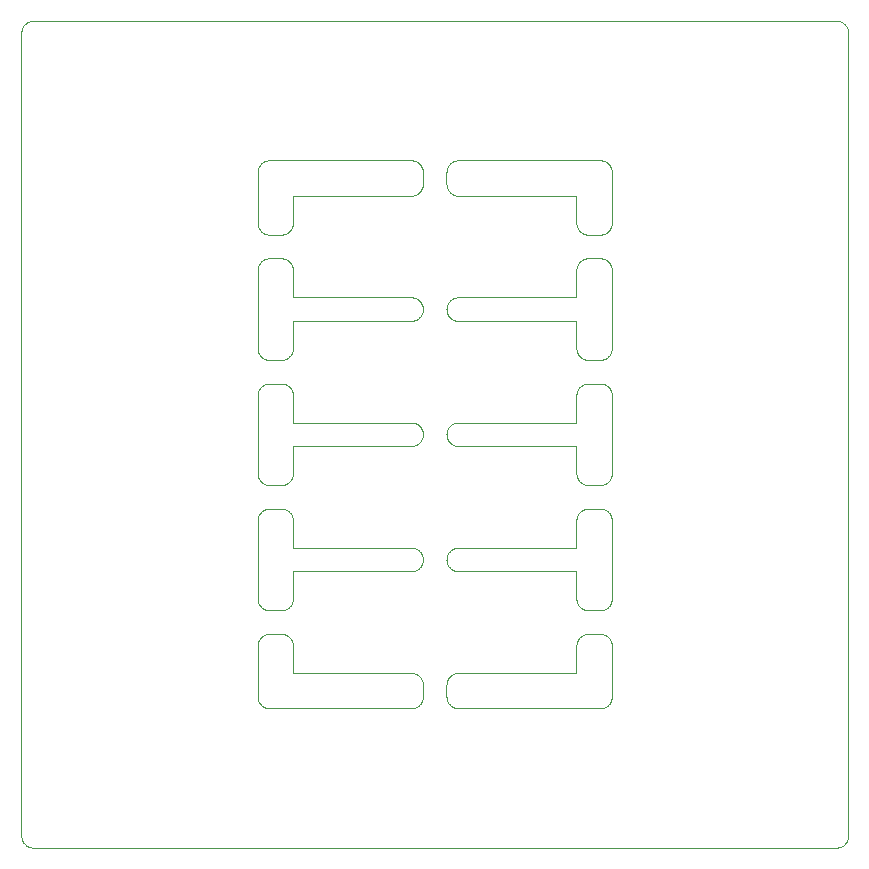
<source format=gm1>
G04 #@! TF.GenerationSoftware,KiCad,Pcbnew,9.0.0*
G04 #@! TF.CreationDate,2025-06-18T17:45:13-04:00*
G04 #@! TF.ProjectId,e24-receiver-board,6532342d-7265-4636-9569-7665722d626f,v0.1.2*
G04 #@! TF.SameCoordinates,Original*
G04 #@! TF.FileFunction,Profile,NP*
%FSLAX46Y46*%
G04 Gerber Fmt 4.6, Leading zero omitted, Abs format (unit mm)*
G04 Created by KiCad (PCBNEW 9.0.0) date 2025-06-18 17:45:13*
%MOMM*%
%LPD*%
G01*
G04 APERTURE LIST*
G04 #@! TA.AperFunction,Profile*
%ADD10C,0.100000*%
G04 #@! TD*
G04 APERTURE END LIST*
D10*
X22956983Y-20809005D02*
X22970060Y-20856262D01*
X22831637Y-17656014D02*
X22803404Y-17696103D01*
X49956983Y-38590994D02*
X49941602Y-38637552D01*
X33290994Y-34043016D02*
X33337552Y-34058397D01*
X33337552Y-34058397D02*
X33383300Y-34076044D01*
X49773237Y-28334758D02*
X49741209Y-28371887D01*
X47443985Y-41468362D02*
X47485411Y-41442129D01*
X46987727Y-14800000D02*
X36999012Y-14800000D01*
X20142129Y-20585411D02*
X20168362Y-20543985D01*
X20196595Y-41703896D02*
X20226762Y-41665241D01*
X33337552Y-14741602D02*
X33290994Y-14756983D01*
X33970060Y-45843737D02*
X33956983Y-45890994D01*
X49147583Y-11810812D02*
X49195895Y-11819195D01*
X22428127Y-49804085D02*
X22383300Y-49823955D01*
X47662447Y-20158397D02*
X47709005Y-20143016D01*
X22773237Y-38934758D02*
X22741209Y-38971887D01*
X69278403Y-69959916D02*
X69290173Y-69956658D01*
X20662447Y-39241602D02*
X20616699Y-39223955D01*
X33882039Y-12328074D02*
X33904085Y-12371872D01*
X33941602Y-45937552D02*
X33923955Y-45983300D01*
X49904085Y-38728127D02*
X49882039Y-38771925D01*
X20616699Y-28623955D02*
X20571872Y-28604085D01*
X47258790Y-38971887D02*
X47226762Y-38934758D01*
X22337552Y-39241602D02*
X22290994Y-39256983D01*
X69206971Y-22191D02*
X69195055Y-19515D01*
X36004810Y-35098919D02*
X36001203Y-35050018D01*
X22556014Y-28531637D02*
X22514588Y-28557870D01*
X33980804Y-12604104D02*
X33989187Y-12652416D01*
X36662447Y-23458397D02*
X36709005Y-23443016D01*
X47901080Y-39295189D02*
X47852416Y-39289187D01*
X33970060Y-24643737D02*
X33956983Y-24690994D01*
X47142129Y-52385411D02*
X47168362Y-52343985D01*
X22596103Y-17903404D02*
X22556014Y-17931637D01*
X49998796Y-31649981D02*
X50000000Y-31699012D01*
X49741209Y-38971887D02*
X49707399Y-39007399D01*
X20403896Y-28503404D02*
X20365241Y-28473237D01*
X20709005Y-30743016D02*
X20756262Y-30729939D01*
X47117960Y-52428074D02*
X47142129Y-52385411D01*
X47168362Y-49456014D02*
X47142129Y-49414588D01*
X20756262Y-18070060D02*
X20709005Y-18056983D01*
X36756262Y-44629939D02*
X36804104Y-44619195D01*
X49980804Y-57395895D02*
X49970060Y-57443737D01*
X49290994Y-20143016D02*
X49337552Y-20158397D01*
X49596103Y-11996595D02*
X49634758Y-12026762D01*
X36001203Y-45549981D02*
X36004810Y-45501080D01*
X20142129Y-31185411D02*
X20168362Y-31143985D01*
X47095914Y-38728127D02*
X47076044Y-38683300D01*
X33831637Y-14356014D02*
X33803404Y-14396103D01*
X33773237Y-12165241D02*
X33803404Y-12203896D01*
X50000000Y-48900987D02*
X49998796Y-48950018D01*
X47403896Y-20296595D02*
X47443985Y-20268362D01*
X33882039Y-35471925D02*
X33857870Y-35514588D01*
X20258790Y-31028112D02*
X20292600Y-30992600D01*
X23000270Y-46601245D02*
X23000000Y-46612247D01*
X49671887Y-28441209D02*
X49634758Y-28473237D01*
X20662447Y-20158397D02*
X20709005Y-20143016D01*
X721596Y-40083D02*
X709826Y-43341D01*
X22998796Y-31649981D02*
X23000000Y-31699012D01*
X22923955Y-31316699D02*
X22941602Y-31362447D01*
X33671887Y-25141209D02*
X33634758Y-25173237D01*
X20328112Y-20358790D02*
X20365241Y-20326762D01*
X22383300Y-20176044D02*
X22428127Y-20195914D01*
X22803404Y-28296103D02*
X22773237Y-28334758D01*
X47076044Y-28083300D02*
X47058397Y-28037552D01*
X34000000Y-24399012D02*
X34000000Y-24400987D01*
X20226762Y-52265241D02*
X20258790Y-52228112D01*
X47076044Y-17483300D02*
X47058397Y-17437552D01*
X20043016Y-17390994D02*
X20029939Y-17343737D01*
X22514588Y-39157870D02*
X22471925Y-39182039D01*
X22147583Y-39289187D02*
X22098919Y-39295189D01*
X628871Y-69928014D02*
X698160Y-69952805D01*
X49857870Y-17614588D02*
X49831637Y-17656014D01*
X33857870Y-12285411D02*
X33882039Y-12328074D01*
X33857870Y-35514588D02*
X33831637Y-35556014D01*
X36804104Y-35980804D02*
X36756262Y-35970060D01*
X47168362Y-52343985D02*
X47196595Y-52303896D01*
X47709005Y-41343016D02*
X47756262Y-41329939D01*
X20004810Y-52801080D02*
X20010812Y-52752416D01*
X22941602Y-52562447D02*
X22956983Y-52609005D01*
X20292600Y-28407399D02*
X20258790Y-28371887D01*
X49904085Y-12371872D02*
X49923955Y-12416699D01*
X22471925Y-20217960D02*
X22514588Y-20242129D01*
X33147583Y-23410812D02*
X33195895Y-23419195D01*
X49857870Y-20585411D02*
X49882039Y-20628074D01*
X22290994Y-49856983D02*
X22243737Y-49870060D01*
X33000987Y-46600000D02*
X23012272Y-46600000D01*
X49707399Y-49607399D02*
X49671887Y-49641209D01*
X22383300Y-51976044D02*
X22428127Y-51995914D01*
X23000000Y-21099012D02*
X23000000Y-23387727D01*
X33941602Y-14137552D02*
X33923955Y-14183300D01*
X49337552Y-41358397D02*
X49383300Y-41376044D01*
X36142129Y-55685411D02*
X36168362Y-55643985D01*
X49243737Y-11829939D02*
X49290994Y-11843016D01*
X69959922Y-69278380D02*
X69977803Y-69206994D01*
X22882039Y-49371925D02*
X22857870Y-49414588D01*
X33904085Y-46028127D02*
X33882039Y-46071925D01*
X20616699Y-39223955D02*
X20571872Y-39204085D01*
X709826Y-69956658D02*
X721596Y-69959916D01*
X22707399Y-28407399D02*
X22671887Y-28441209D01*
X33995189Y-34901080D02*
X33998796Y-34949981D01*
X36168362Y-34443985D02*
X36196595Y-34403896D01*
X33741209Y-25071887D02*
X33707399Y-25107399D01*
X36571872Y-14704085D02*
X36528074Y-14682039D01*
X49556014Y-17931637D02*
X49514588Y-17957870D01*
X20292600Y-12092600D02*
X20328112Y-12058790D01*
X36616699Y-25323955D02*
X36571872Y-25304085D01*
X36328112Y-23658790D02*
X36365241Y-23626762D01*
X47010812Y-42152416D02*
X47019195Y-42104104D01*
X33989187Y-56052416D02*
X33995189Y-56101080D01*
X20403896Y-52096595D02*
X20443985Y-52068362D01*
X36616699Y-23476044D02*
X36662447Y-23458397D01*
X69780306Y-375444D02*
X69772792Y-365817D01*
X47901080Y-20104810D02*
X47949981Y-20101203D01*
X33428127Y-11895914D02*
X33471925Y-11917960D01*
X49290994Y-51943016D02*
X49337552Y-51958397D01*
X22904085Y-38728127D02*
X22882039Y-38771925D01*
X47001203Y-31649981D02*
X47004810Y-31601080D01*
X49803404Y-52303896D02*
X49831637Y-52343985D01*
X47001203Y-17150018D02*
X47000000Y-17100987D01*
X20852416Y-11810812D02*
X20901080Y-11804810D01*
X22290994Y-30743016D02*
X22337552Y-30758397D01*
X33514588Y-46457870D02*
X33471925Y-46482039D01*
X69565407Y-175826D02*
X69555423Y-168794D01*
X47117960Y-28171925D02*
X47095914Y-28128127D01*
X49857870Y-12285411D02*
X49882039Y-12328074D01*
X36528074Y-58082039D02*
X36485411Y-58057870D01*
X36142129Y-24914588D02*
X36117960Y-24871925D01*
X49803404Y-38896103D02*
X49773237Y-38934758D01*
X49050018Y-51901203D02*
X49098919Y-51904810D01*
X34000000Y-34999012D02*
X34000000Y-35000987D01*
X33383300Y-46523955D02*
X33337552Y-46541602D01*
X36226762Y-12165241D02*
X36258790Y-12128112D01*
X47226762Y-28334758D02*
X47196595Y-28296103D01*
X20029939Y-12556262D02*
X20043016Y-12509005D01*
X49857870Y-57714588D02*
X49831637Y-57756014D01*
X49970060Y-20856262D02*
X49980804Y-20904104D01*
X33514588Y-25257870D02*
X33471925Y-25282039D01*
X69956644Y-709779D02*
X69952813Y-698183D01*
X33195895Y-58180804D02*
X33147583Y-58189187D01*
X444617Y-69831232D02*
X454935Y-69837766D01*
X47485411Y-49757870D02*
X47443985Y-49731637D01*
X49741209Y-12128112D02*
X49773237Y-12165241D01*
X36571872Y-25304085D02*
X36528074Y-25282039D01*
X36292600Y-14507399D02*
X36258790Y-14471887D01*
X33000987Y-25400000D02*
X23012272Y-25400000D01*
X49556014Y-52068362D02*
X49596103Y-52096595D01*
X33098919Y-44604810D02*
X33147583Y-44610812D01*
X36901080Y-58195189D02*
X36852416Y-58189187D01*
X49195895Y-51919195D02*
X49243737Y-51929939D01*
X20571872Y-39204085D02*
X20528074Y-39182039D01*
X22098919Y-28695189D02*
X22050018Y-28698796D01*
X33290994Y-23443016D02*
X33337552Y-23458397D01*
X47852416Y-20110812D02*
X47901080Y-20104810D01*
X20365241Y-41526762D02*
X20403896Y-41496595D01*
X22970060Y-52656262D02*
X22980804Y-52704104D01*
X49970060Y-42056262D02*
X49980804Y-42104104D01*
X709779Y-43355D02*
X698183Y-47186D01*
X33803404Y-14396103D02*
X33773237Y-14434758D01*
X36571872Y-46504085D02*
X36528074Y-46482039D01*
X49556014Y-11968362D02*
X49596103Y-11996595D01*
X23000000Y-42299012D02*
X23000000Y-44587727D01*
X36168362Y-14356014D02*
X36142129Y-14314588D01*
X68987752Y-69999999D02*
X69012233Y-69999398D01*
X70000000Y-68987727D02*
X70000000Y-1012272D01*
X20804104Y-41319195D02*
X20852416Y-41310812D01*
X47258790Y-49571887D02*
X47226762Y-49534758D01*
X36058397Y-55862447D02*
X36076044Y-55816699D01*
X47949981Y-20101203D02*
X47999012Y-20100000D01*
X47999012Y-18100000D02*
X47949981Y-18098796D01*
X33000987Y-44600000D02*
X33050018Y-44601203D01*
X20019195Y-38495895D02*
X20010812Y-38447583D01*
X47528074Y-39182039D02*
X47485411Y-39157870D01*
X23000000Y-17100987D02*
X22998796Y-17150018D01*
X49980804Y-49095895D02*
X49970060Y-49143737D01*
X49147583Y-51910812D02*
X49195895Y-51919195D01*
X49471925Y-39182039D02*
X49428127Y-39204085D01*
X20443985Y-30868362D02*
X20485411Y-30842129D01*
X36485411Y-23542129D02*
X36528074Y-23517960D01*
X20365241Y-20326762D02*
X20403896Y-20296595D01*
X50000000Y-57200987D02*
X49998796Y-57250018D01*
X49773237Y-38934758D02*
X49741209Y-38971887D01*
X49956983Y-52609005D02*
X49970060Y-52656262D01*
X36804104Y-23419195D02*
X36852416Y-23410812D01*
X22707399Y-52192600D02*
X22741209Y-52228112D01*
X69982582Y-817025D02*
X69980494Y-804992D01*
X49243737Y-41329939D02*
X49290994Y-41343016D01*
X36168362Y-55643985D02*
X36196595Y-55603896D01*
X22980804Y-52704104D02*
X22989187Y-52752416D01*
X49634758Y-49673237D02*
X49596103Y-49703404D01*
X49147583Y-49889187D02*
X49098919Y-49895189D01*
X20196595Y-38896103D02*
X20168362Y-38856014D01*
X20999012Y-18100000D02*
X20949981Y-18098796D01*
X22671887Y-39041209D02*
X22634758Y-39073237D01*
X47010812Y-38447583D02*
X47004810Y-38398919D01*
X20117960Y-57671925D02*
X20095914Y-57628127D01*
X33383300Y-14723955D02*
X33337552Y-14741602D01*
X47756262Y-20129939D02*
X47804104Y-20119195D01*
X22741209Y-17771887D02*
X22707399Y-17807399D01*
X36010812Y-13947583D02*
X36004810Y-13898919D01*
X68987727Y0D02*
X1012272Y0D01*
X36117960Y-23928074D02*
X36142129Y-23885411D01*
X22941602Y-38637552D02*
X22923955Y-38683300D01*
X36226762Y-46234758D02*
X36196595Y-46196103D01*
X36019195Y-13995895D02*
X36010812Y-13947583D01*
X33428127Y-23495914D02*
X33471925Y-23517960D01*
X33989187Y-57347583D02*
X33980804Y-57395895D01*
X36095914Y-46028127D02*
X36076044Y-45983300D01*
X49741209Y-52228112D02*
X49773237Y-52265241D01*
X914240Y-69995786D02*
X987742Y-69999397D01*
X33337552Y-44658397D02*
X33383300Y-44676044D01*
X69928005Y-628848D02*
X69923610Y-617454D01*
X22970060Y-27943737D02*
X22956983Y-27990994D01*
X20662447Y-28641602D02*
X20616699Y-28623955D01*
X20117960Y-31228074D02*
X20142129Y-31185411D01*
X33243737Y-44629939D02*
X33290994Y-44643016D01*
X20058397Y-41962447D02*
X20076044Y-41916699D01*
X36226762Y-34365241D02*
X36258790Y-34328112D01*
X69555382Y-168767D02*
X69545064Y-162233D01*
X33980804Y-45404104D02*
X33989187Y-45452416D01*
X20076044Y-28083300D02*
X20058397Y-28037552D01*
X36019195Y-57395895D02*
X36010812Y-57347583D01*
X33556014Y-23568362D02*
X33596103Y-23596595D01*
X33195895Y-14780804D02*
X33147583Y-14789187D01*
X33383300Y-35923955D02*
X33337552Y-35941602D01*
X20403896Y-39103404D02*
X20365241Y-39073237D01*
X22634758Y-28473237D02*
X22596103Y-28503404D01*
X49337552Y-18041602D02*
X49290994Y-18056983D01*
X20901080Y-39295189D02*
X20852416Y-39289187D01*
X47852416Y-30710812D02*
X47901080Y-30704810D01*
X69545064Y-69837766D02*
X69555382Y-69831232D01*
X22923955Y-28083300D02*
X22904085Y-28128127D01*
X20485411Y-17957870D02*
X20443985Y-17931637D01*
X33634758Y-57973237D02*
X33596103Y-58003404D01*
X47029939Y-38543737D02*
X47019195Y-38495895D01*
X36328112Y-25141209D02*
X36292600Y-25107399D01*
X33290994Y-44643016D02*
X33337552Y-44658397D01*
X33998796Y-24349981D02*
X34000000Y-24399012D01*
X22596103Y-39103404D02*
X22556014Y-39131637D01*
X47029939Y-27943737D02*
X47019195Y-27895895D01*
X118333Y-528767D02*
X112842Y-539675D01*
X47226762Y-31065241D02*
X47258790Y-31028112D01*
X20403896Y-30896595D02*
X20443985Y-30868362D01*
X49923955Y-52516699D02*
X49941602Y-52562447D01*
X36117960Y-55728074D02*
X36142129Y-55685411D01*
X47403896Y-49703404D02*
X47365241Y-49673237D01*
X47292600Y-17807399D02*
X47258790Y-17771887D01*
X47001203Y-52849981D02*
X47004810Y-52801080D01*
X20756262Y-51929939D02*
X20804104Y-51919195D01*
X49195895Y-28680804D02*
X49147583Y-28689187D01*
X49050018Y-20101203D02*
X49098919Y-20104810D01*
X47095914Y-28128127D02*
X47076044Y-28083300D01*
X36901080Y-35995189D02*
X36852416Y-35989187D01*
X33904085Y-12371872D02*
X33923955Y-12416699D01*
X33428127Y-14704085D02*
X33383300Y-14723955D01*
X46998754Y-14800270D02*
X46987752Y-14800000D01*
X20029939Y-49143737D02*
X20019195Y-49095895D01*
X301986Y-69715348D02*
X356513Y-69764768D01*
X33803404Y-35596103D02*
X33773237Y-35634758D01*
X47058397Y-38637552D02*
X47043016Y-38590994D01*
X47328112Y-39041209D02*
X47292600Y-39007399D01*
X20076044Y-49283300D02*
X20058397Y-49237552D01*
X47000000Y-17100987D02*
X47000000Y-14812272D01*
X36010812Y-34852416D02*
X36019195Y-34804104D01*
X23000000Y-33987752D02*
X23000270Y-33998754D01*
X20443985Y-20268362D02*
X20485411Y-20242129D01*
X22337552Y-51958397D02*
X22383300Y-51976044D01*
X36949981Y-44601203D02*
X36999012Y-44600000D01*
X49050018Y-58198796D02*
X49000987Y-58200000D01*
X33998796Y-45650018D02*
X33995189Y-45698919D01*
X49773237Y-49534758D02*
X49741209Y-49571887D01*
X22941602Y-28037552D02*
X22923955Y-28083300D01*
X20443985Y-52068362D02*
X20485411Y-52042129D01*
X49195895Y-11819195D02*
X49243737Y-11829939D01*
X901987Y-5117D02*
X889867Y-6612D01*
X49383300Y-58123955D02*
X49337552Y-58141602D01*
X22882039Y-41828074D02*
X22904085Y-41871872D01*
X49980804Y-27895895D02*
X49970060Y-27943737D01*
X49337552Y-20158397D02*
X49383300Y-20176044D01*
X36010812Y-24547583D02*
X36004810Y-24498919D01*
X20901080Y-58195189D02*
X20852416Y-58189187D01*
X22000987Y-18100000D02*
X20999012Y-18100000D01*
X49195895Y-41319195D02*
X49243737Y-41329939D01*
X20258790Y-20428112D02*
X20292600Y-20392600D01*
X33428127Y-44695914D02*
X33471925Y-44717960D01*
X49970060Y-38543737D02*
X49956983Y-38590994D01*
X22998796Y-42249981D02*
X23000000Y-42299012D01*
X22857870Y-49414588D02*
X22831637Y-49456014D01*
X47058397Y-17437552D02*
X47043016Y-17390994D01*
X47117960Y-31228074D02*
X47142129Y-31185411D01*
X49989187Y-17247583D02*
X49980804Y-17295895D01*
X36949981Y-11801203D02*
X36999012Y-11800000D01*
X375464Y-69780321D02*
X434572Y-69824158D01*
X69182950Y-17413D02*
X69110156Y-6616D01*
X36168362Y-35556014D02*
X36142129Y-35514588D01*
X36852416Y-11810812D02*
X36901080Y-11804810D01*
X69545043Y-162221D02*
X69481923Y-124388D01*
X69706876Y-293089D02*
X69698031Y-284668D01*
X49383300Y-30776044D02*
X49428127Y-30795914D01*
X69624535Y-219678D02*
X69565427Y-175841D01*
X36196595Y-46196103D02*
X36168362Y-46156014D01*
X33514588Y-35857870D02*
X33471925Y-35882039D01*
X33741209Y-14471887D02*
X33707399Y-14507399D01*
X36226762Y-35634758D02*
X36196595Y-35596103D01*
X49882039Y-57671925D02*
X49857870Y-57714588D01*
X20999012Y-41300000D02*
X22000987Y-41300000D01*
X20058397Y-38637552D02*
X20043016Y-38590994D01*
X22857870Y-31185411D02*
X22882039Y-31228074D01*
X47756262Y-18070060D02*
X47709005Y-18056983D01*
X36804104Y-25380804D02*
X36756262Y-25370060D01*
X69918642Y-69393755D02*
X69923591Y-69382590D01*
X47196595Y-41703896D02*
X47226762Y-41665241D01*
X36901080Y-25395189D02*
X36852416Y-25389187D01*
X69195007Y-19505D02*
X69182974Y-17417D01*
X22989187Y-27847583D02*
X22980804Y-27895895D01*
X36852416Y-34010812D02*
X36901080Y-34004810D01*
X22290994Y-20143016D02*
X22337552Y-20158397D01*
X49941602Y-52562447D02*
X49956983Y-52609005D01*
X49383300Y-11876044D02*
X49428127Y-11895914D01*
X33000987Y-23400000D02*
X33050018Y-23401203D01*
X47258790Y-17771887D02*
X47226762Y-17734758D01*
X33970060Y-14043737D02*
X33956983Y-14090994D01*
X49290994Y-30743016D02*
X49337552Y-30758397D01*
X20043016Y-20809005D02*
X20058397Y-20762447D01*
X49773237Y-31065241D02*
X49803404Y-31103896D01*
X20019195Y-20904104D02*
X20029939Y-20856262D01*
X22195895Y-20119195D02*
X22243737Y-20129939D01*
X22741209Y-28371887D02*
X22707399Y-28407399D01*
X49000987Y-18100000D02*
X47999012Y-18100000D01*
X33000987Y-14800000D02*
X23012272Y-14800000D01*
X36852416Y-44610812D02*
X36901080Y-44604810D01*
X49383300Y-51976044D02*
X49428127Y-51995914D01*
X20029939Y-31456262D02*
X20043016Y-31409005D01*
X49882039Y-12328074D02*
X49904085Y-12371872D01*
X36485411Y-35857870D02*
X36443985Y-35831637D01*
X22337552Y-20158397D02*
X22383300Y-20176044D01*
X22428127Y-20195914D02*
X22471925Y-20217960D01*
X22428127Y-30795914D02*
X22471925Y-30817960D01*
X47949981Y-28698796D02*
X47901080Y-28695189D01*
X69831205Y-444576D02*
X69824173Y-434592D01*
X49290994Y-58156983D02*
X49243737Y-58170060D01*
X20043016Y-57490994D02*
X20029939Y-57443737D01*
X33514588Y-58057870D02*
X33471925Y-58082039D01*
X20142129Y-57714588D02*
X20117960Y-57671925D01*
X36852416Y-25389187D02*
X36804104Y-25380804D01*
X22428127Y-41395914D02*
X22471925Y-41417960D01*
X49970060Y-49143737D02*
X49956983Y-49190994D01*
X36328112Y-34258790D02*
X36365241Y-34226762D01*
X22995189Y-38398919D02*
X22989187Y-38447583D01*
X33970060Y-12556262D02*
X33980804Y-12604104D01*
X33290994Y-55243016D02*
X33337552Y-55258397D01*
X33773237Y-23765241D02*
X33803404Y-23803896D01*
X33773237Y-25034758D02*
X33741209Y-25071887D01*
X49941602Y-49237552D02*
X49923955Y-49283300D01*
X23000000Y-31699012D02*
X23000000Y-33987727D01*
X22857870Y-17614588D02*
X22831637Y-17656014D01*
X47709005Y-20143016D02*
X47756262Y-20129939D01*
X47662447Y-49841602D02*
X47616699Y-49823955D01*
X33970060Y-24156262D02*
X33980804Y-24204104D01*
X40077Y-721619D02*
X22196Y-793005D01*
X33882039Y-24871925D02*
X33857870Y-24914588D01*
X36528074Y-44717960D02*
X36571872Y-44695914D01*
X49970060Y-52656262D02*
X49980804Y-52704104D01*
X47443985Y-20268362D02*
X47485411Y-20242129D01*
X20328112Y-52158790D02*
X20365241Y-52126762D01*
X36142129Y-34485411D02*
X36168362Y-34443985D01*
X33707399Y-35707399D02*
X33671887Y-35741209D01*
X22904085Y-28128127D02*
X22882039Y-28171925D01*
X20000000Y-48900987D02*
X20000000Y-42299012D01*
X33050018Y-25398796D02*
X33000987Y-25400000D01*
X20328112Y-49641209D02*
X20292600Y-49607399D01*
X22904085Y-17528127D02*
X22882039Y-17571925D01*
X36043016Y-45309005D02*
X36058397Y-45262447D01*
X49970060Y-57443737D02*
X49956983Y-57490994D01*
X49857870Y-28214588D02*
X49831637Y-28256014D01*
X69085759Y-4213D02*
X69012257Y-602D01*
X22956983Y-52609005D02*
X22970060Y-52656262D01*
X36403896Y-44796595D02*
X36443985Y-44768362D01*
X47019195Y-31504104D02*
X47029939Y-31456262D01*
X36029939Y-45356262D02*
X36043016Y-45309005D01*
X49514588Y-39157870D02*
X49471925Y-39182039D01*
X33980804Y-35195895D02*
X33970060Y-35243737D01*
X20949981Y-49898796D02*
X20901080Y-49895189D01*
X49741209Y-17771887D02*
X49707399Y-17807399D01*
X33773237Y-55565241D02*
X33803404Y-55603896D01*
X33195895Y-55219195D02*
X33243737Y-55229939D01*
X49980804Y-38495895D02*
X49970060Y-38543737D01*
X20365241Y-39073237D02*
X20328112Y-39041209D01*
X47019195Y-17295895D02*
X47010812Y-17247583D01*
X20095914Y-28128127D02*
X20076044Y-28083300D01*
X49741209Y-31028112D02*
X49773237Y-31065241D01*
X804944Y-19515D02*
X793028Y-22191D01*
X46999729Y-33998754D02*
X46999999Y-33987752D01*
X69923610Y-69382545D02*
X69928005Y-69371151D01*
X22707399Y-49607399D02*
X22671887Y-49641209D01*
X47142129Y-49414588D02*
X47117960Y-49371925D01*
X22514588Y-41442129D02*
X22556014Y-41468362D01*
X36485411Y-34142129D02*
X36528074Y-34117960D01*
X22857870Y-52385411D02*
X22882039Y-52428074D01*
X33596103Y-58003404D02*
X33556014Y-58031637D01*
X49998796Y-38350018D02*
X49995189Y-38398919D01*
X22831637Y-38856014D02*
X22803404Y-38896103D01*
X49290994Y-28656983D02*
X49243737Y-28670060D01*
X49000987Y-41300000D02*
X49050018Y-41301203D01*
X22956983Y-42009005D02*
X22970060Y-42056262D01*
X36019195Y-56004104D02*
X36029939Y-55956262D01*
X33741209Y-46271887D02*
X33707399Y-46307399D01*
X49471925Y-58082039D02*
X49428127Y-58104085D01*
X20571872Y-20195914D02*
X20616699Y-20176044D01*
X22741209Y-41628112D02*
X22773237Y-41665241D01*
X36616699Y-58123955D02*
X36571872Y-58104085D01*
X49471925Y-20217960D02*
X49514588Y-20242129D01*
X20010812Y-17247583D02*
X20004810Y-17198919D01*
X22098919Y-20104810D02*
X22147583Y-20110812D01*
X20709005Y-18056983D02*
X20662447Y-18041602D01*
X36999012Y-25400000D02*
X36949981Y-25398796D01*
X698160Y-47194D02*
X628871Y-71985D01*
X49923955Y-41916699D02*
X49941602Y-41962447D01*
X49514588Y-17957870D02*
X49471925Y-17982039D01*
X22471925Y-49782039D02*
X22428127Y-49804085D01*
X22989187Y-31552416D02*
X22995189Y-31601080D01*
X20168362Y-17656014D02*
X20142129Y-17614588D01*
X20029939Y-38543737D02*
X20019195Y-38495895D01*
X22956983Y-31409005D02*
X22970060Y-31456262D01*
X69085783Y-69995785D02*
X69097963Y-69994887D01*
X49671887Y-57941209D02*
X49634758Y-57973237D01*
X22514588Y-49757870D02*
X22471925Y-49782039D01*
X20443985Y-49731637D02*
X20403896Y-49703404D01*
X33337552Y-55258397D02*
X33383300Y-55276044D01*
X36043016Y-14090994D02*
X36029939Y-14043737D01*
X33970060Y-35243737D02*
X33956983Y-35290994D01*
X20010812Y-52752416D02*
X20019195Y-52704104D01*
X49956983Y-57490994D02*
X49941602Y-57537552D01*
X20004810Y-42201080D02*
X20010812Y-42152416D01*
X33671887Y-35741209D02*
X33634758Y-35773237D01*
X20004810Y-17198919D02*
X20001203Y-17150018D01*
X47029939Y-42056262D02*
X47043016Y-42009005D01*
X47528074Y-30817960D02*
X47571872Y-30795914D01*
X69471276Y-69881643D02*
X69481901Y-69875624D01*
X36029939Y-57443737D02*
X36019195Y-57395895D01*
X36058397Y-14137552D02*
X36043016Y-14090994D01*
X47365241Y-49673237D02*
X47328112Y-49641209D01*
X33923955Y-14183300D02*
X33904085Y-14228127D01*
X49596103Y-52096595D02*
X49634758Y-52126762D01*
X49514588Y-49757870D02*
X49471925Y-49782039D01*
X36076044Y-24016699D02*
X36095914Y-23971872D01*
X22243737Y-51929939D02*
X22290994Y-51943016D01*
X20168362Y-38856014D02*
X20142129Y-38814588D01*
X49596103Y-49703404D02*
X49556014Y-49731637D01*
X33741209Y-34328112D02*
X33773237Y-34365241D01*
X47076044Y-20716699D02*
X47095914Y-20671872D01*
X69999398Y-69012233D02*
X69999999Y-68987752D01*
X49956983Y-31409005D02*
X49970060Y-31456262D01*
X49243737Y-51929939D02*
X49290994Y-51943016D01*
X22050018Y-30701203D02*
X22098919Y-30704810D01*
X69959916Y-721596D02*
X69956658Y-709826D01*
X454935Y-162233D02*
X444617Y-168767D01*
X20403896Y-49703404D02*
X20365241Y-49673237D01*
X49428127Y-41395914D02*
X49471925Y-41417960D01*
X20258790Y-28371887D02*
X20226762Y-28334758D01*
X47019195Y-49095895D02*
X47010812Y-49047583D01*
X69371151Y-69928005D02*
X69382545Y-69923610D01*
X22337552Y-41358397D02*
X22383300Y-41376044D01*
X49147583Y-28689187D02*
X49098919Y-28695189D01*
X50000000Y-38300987D02*
X49998796Y-38350018D01*
X36001203Y-13850018D02*
X36000000Y-13800987D01*
X20117960Y-52428074D02*
X20142129Y-52385411D01*
X49741209Y-41628112D02*
X49773237Y-41665241D01*
X22000987Y-20100000D02*
X22050018Y-20101203D01*
X36571872Y-34095914D02*
X36616699Y-34076044D01*
X36443985Y-23568362D02*
X36485411Y-23542129D01*
X20019195Y-27895895D02*
X20010812Y-27847583D01*
X49147583Y-41310812D02*
X49195895Y-41319195D01*
X47226762Y-38934758D02*
X47196595Y-38896103D01*
X49337552Y-39241602D02*
X49290994Y-39256983D01*
X69643468Y-235214D02*
X69634220Y-227238D01*
X20852416Y-20110812D02*
X20901080Y-20104810D01*
X33831637Y-57756014D02*
X33803404Y-57796103D01*
X69110132Y-6612D02*
X69098012Y-5117D01*
X76389Y-617454D02*
X71994Y-628848D01*
X36443985Y-11968362D02*
X36485411Y-11942129D01*
X22773237Y-20465241D02*
X22803404Y-20503896D01*
X33741209Y-55528112D02*
X33773237Y-55565241D01*
X22970060Y-31456262D02*
X22980804Y-31504104D01*
X22556014Y-41468362D02*
X22596103Y-41496595D01*
X36076044Y-24783300D02*
X36058397Y-24737552D01*
X33941602Y-24737552D02*
X33923955Y-24783300D01*
X22998796Y-48950018D02*
X22995189Y-48998919D01*
X20999012Y-11800000D02*
X33000987Y-11800000D01*
X36365241Y-55426762D02*
X36403896Y-55396595D01*
X36901080Y-55204810D02*
X36949981Y-55201203D01*
X49098919Y-30704810D02*
X49147583Y-30710812D01*
X20058397Y-12462447D02*
X20076044Y-12416699D01*
X36571872Y-55295914D02*
X36616699Y-55276044D01*
X33514588Y-34142129D02*
X33556014Y-34168362D01*
X49383300Y-18023955D02*
X49337552Y-18041602D01*
X22970060Y-38543737D02*
X22956983Y-38590994D01*
X47852416Y-28689187D02*
X47804104Y-28680804D01*
X36142129Y-57714588D02*
X36117960Y-57671925D01*
X47999012Y-28700000D02*
X47949981Y-28698796D01*
X47485411Y-28557870D02*
X47443985Y-28531637D01*
X33243737Y-25370060D02*
X33195895Y-25380804D01*
X23001245Y-44599729D02*
X23012247Y-44599999D01*
X112831Y-539697D02*
X81367Y-606222D01*
X69977803Y-793005D02*
X69959922Y-721619D01*
X36004810Y-34901080D02*
X36010812Y-34852416D01*
X33596103Y-35803404D02*
X33556014Y-35831637D01*
X22707399Y-39007399D02*
X22671887Y-39041209D01*
X47616699Y-49823955D02*
X47571872Y-49804085D01*
X36528074Y-55317960D02*
X36571872Y-55295914D01*
X47142129Y-38814588D02*
X47117960Y-38771925D01*
X20095914Y-49328127D02*
X20076044Y-49283300D01*
X49904085Y-20671872D02*
X49923955Y-20716699D01*
X47117960Y-17571925D02*
X47095914Y-17528127D01*
X49634758Y-52126762D02*
X49671887Y-52158790D01*
X36168362Y-24956014D02*
X36142129Y-24914588D01*
X69837778Y-69545043D02*
X69875611Y-69481923D01*
X33634758Y-46373237D02*
X33596103Y-46403404D01*
X47292600Y-39007399D02*
X47258790Y-38971887D01*
X36076044Y-35383300D02*
X36058397Y-35337552D01*
X49514588Y-30842129D02*
X49556014Y-30868362D01*
X20058397Y-28037552D02*
X20043016Y-27990994D01*
X22634758Y-30926762D02*
X22671887Y-30958790D01*
X22098919Y-39295189D02*
X22050018Y-39298796D01*
X49195895Y-30719195D02*
X49243737Y-30729939D01*
X33882039Y-45128074D02*
X33904085Y-45171872D01*
X22671887Y-28441209D02*
X22634758Y-28473237D01*
X162233Y-69545064D02*
X168767Y-69555382D01*
X49514588Y-28557870D02*
X49471925Y-28582039D01*
X33803404Y-12203896D02*
X33831637Y-12243985D01*
X22923955Y-41916699D02*
X22941602Y-41962447D01*
X36443985Y-34168362D02*
X36485411Y-34142129D01*
X33098919Y-14795189D02*
X33050018Y-14798796D01*
X20196595Y-49496103D02*
X20168362Y-49456014D01*
X20901080Y-30704810D02*
X20949981Y-30701203D01*
X36365241Y-25173237D02*
X36328112Y-25141209D01*
X22882039Y-38771925D02*
X22857870Y-38814588D01*
X20095914Y-20671872D02*
X20117960Y-20628074D01*
X49383300Y-20176044D02*
X49428127Y-20195914D01*
X36756262Y-55229939D02*
X36804104Y-55219195D01*
X33556014Y-34168362D02*
X33596103Y-34196595D01*
X22196Y-69206994D02*
X40077Y-69278380D01*
X22904085Y-41871872D02*
X22923955Y-41916699D01*
X69994882Y-901987D02*
X69993387Y-889867D01*
X20804104Y-30719195D02*
X20852416Y-30710812D01*
X33000987Y-11800000D02*
X33050018Y-11801203D01*
X47196595Y-17696103D02*
X47168362Y-17656014D01*
X33050018Y-44601203D02*
X33098919Y-44604810D01*
X49147583Y-58189187D02*
X49098919Y-58195189D01*
X47004810Y-38398919D02*
X47001203Y-38350018D01*
X889867Y-69993387D02*
X901987Y-69994882D01*
X617409Y-76408D02*
X606244Y-81357D01*
X987766Y-69999398D02*
X1012247Y-69999999D01*
X20571872Y-30795914D02*
X20616699Y-30776044D01*
X22671887Y-20358790D02*
X22707399Y-20392600D01*
X36095914Y-14228127D02*
X36076044Y-14183300D01*
X20616699Y-58123955D02*
X20571872Y-58104085D01*
X36258790Y-14471887D02*
X36226762Y-14434758D01*
X69555423Y-69831205D02*
X69565407Y-69824173D01*
X36058397Y-45937552D02*
X36043016Y-45890994D01*
X47485411Y-41442129D02*
X47528074Y-41417960D01*
X20528074Y-39182039D02*
X20485411Y-39157870D01*
X49857870Y-49414588D02*
X49831637Y-49456014D01*
X36709005Y-25356983D02*
X36662447Y-25341602D01*
X69706910Y-69706876D02*
X69715331Y-69698031D01*
X20019195Y-31504104D02*
X20029939Y-31456262D01*
X69824158Y-434572D02*
X69780321Y-375464D01*
X606244Y-69918642D02*
X617409Y-69923591D01*
X33941602Y-57537552D02*
X33923955Y-57583300D01*
X22147583Y-41310812D02*
X22195895Y-41319195D01*
X49195895Y-58180804D02*
X49147583Y-58189187D01*
X22000987Y-51900000D02*
X22050018Y-51901203D01*
X33471925Y-23517960D02*
X33514588Y-23542129D01*
X33337552Y-23458397D02*
X33383300Y-23476044D01*
X36949981Y-14798796D02*
X36901080Y-14795189D01*
X20949981Y-28698796D02*
X20901080Y-28695189D01*
X20901080Y-51904810D02*
X20949981Y-51901203D01*
X23000000Y-48900987D02*
X22998796Y-48950018D01*
X36443985Y-35831637D02*
X36403896Y-35803404D01*
X36756262Y-34029939D02*
X36804104Y-34019195D01*
X47001203Y-38350018D02*
X47000000Y-38300987D01*
X219693Y-69624555D02*
X227207Y-69634182D01*
X22980804Y-31504104D02*
X22989187Y-31552416D01*
X69471232Y-118333D02*
X69460324Y-112842D01*
X47528074Y-49782039D02*
X47485411Y-49757870D01*
X49098919Y-11804810D02*
X49147583Y-11810812D01*
X36004810Y-45501080D02*
X36010812Y-45452416D01*
X33634758Y-23626762D02*
X33671887Y-23658790D01*
X33923955Y-24783300D02*
X33904085Y-24828127D01*
X36528074Y-35882039D02*
X36485411Y-35857870D01*
X22989187Y-52752416D02*
X22995189Y-52801080D01*
X162221Y-454956D02*
X124388Y-518076D01*
X47804104Y-18080804D02*
X47756262Y-18070060D01*
X49803404Y-57796103D02*
X49773237Y-57834758D01*
X33707399Y-23692600D02*
X33741209Y-23728112D01*
X22556014Y-49731637D02*
X22514588Y-49757870D01*
X23012247Y-46600000D02*
X23001245Y-46600270D01*
X36004810Y-24301080D02*
X36010812Y-24252416D01*
X49596103Y-30896595D02*
X49634758Y-30926762D01*
X301968Y-284668D02*
X293123Y-293089D01*
X20443985Y-58031637D02*
X20403896Y-58003404D01*
X33831637Y-45043985D02*
X33857870Y-45085411D01*
X20403896Y-20296595D02*
X20443985Y-20268362D01*
X47196595Y-38896103D02*
X47168362Y-38856014D01*
X22471925Y-28582039D02*
X22428127Y-28604085D01*
X20571872Y-11895914D02*
X20616699Y-11876044D01*
X22980804Y-42104104D02*
X22989187Y-42152416D01*
X49050018Y-41301203D02*
X49098919Y-41304810D01*
X49857870Y-38814588D02*
X49831637Y-38856014D01*
X33857870Y-14314588D02*
X33831637Y-14356014D01*
X46999999Y-36012247D02*
X46999729Y-36001245D01*
X22803404Y-31103896D02*
X22831637Y-31143985D01*
X47226762Y-52265241D02*
X47258790Y-52228112D01*
X47004810Y-17198919D02*
X47001203Y-17150018D01*
X33050018Y-23401203D02*
X33098919Y-23404810D01*
X36616699Y-35923955D02*
X36571872Y-35904085D01*
X49995189Y-27798919D02*
X49989187Y-27847583D01*
X47000000Y-21099012D02*
X47001203Y-21049981D01*
X47095914Y-31271872D02*
X47117960Y-31228074D01*
X20004810Y-31601080D02*
X20010812Y-31552416D01*
X49707399Y-39007399D02*
X49671887Y-39041209D01*
X49000987Y-51900000D02*
X49050018Y-51901203D01*
X22956983Y-38590994D02*
X22941602Y-38637552D01*
X22970060Y-49143737D02*
X22956983Y-49190994D01*
X33098919Y-34004810D02*
X33147583Y-34010812D01*
X49634758Y-57973237D02*
X49596103Y-58003404D01*
X22995189Y-31601080D02*
X22998796Y-31649981D01*
X914216Y-4214D02*
X902036Y-5112D01*
X20019195Y-57395895D02*
X20010812Y-57347583D01*
X36756262Y-35970060D02*
X36709005Y-35956983D01*
X33671887Y-23658790D02*
X33707399Y-23692600D01*
X20029939Y-27943737D02*
X20019195Y-27895895D01*
X33195895Y-46580804D02*
X33147583Y-46589187D01*
X20949981Y-41301203D02*
X20999012Y-41300000D01*
X33995189Y-35098919D02*
X33989187Y-35147583D01*
X36485411Y-46457870D02*
X36443985Y-46431637D01*
X69393777Y-69918632D02*
X69460302Y-69887168D01*
X36709005Y-34043016D02*
X36756262Y-34029939D01*
X36076044Y-45983300D02*
X36058397Y-45937552D01*
X20852416Y-49889187D02*
X20804104Y-49880804D01*
X47168362Y-31143985D02*
X47196595Y-31103896D01*
X34000000Y-56199012D02*
X34000000Y-57200987D01*
X49923955Y-17483300D02*
X49904085Y-17528127D01*
X33941602Y-12462447D02*
X33956983Y-12509005D01*
X49428127Y-49804085D02*
X49383300Y-49823955D01*
X36058397Y-24737552D02*
X36043016Y-24690994D01*
X22970060Y-17343737D02*
X22956983Y-17390994D01*
X23000000Y-46612272D02*
X23000000Y-48900987D01*
X47000000Y-23387727D02*
X47000000Y-21099012D01*
X49995189Y-17198919D02*
X49989187Y-17247583D01*
X49337552Y-30758397D02*
X49383300Y-30776044D01*
X49000987Y-20100000D02*
X49050018Y-20101203D01*
X20528074Y-52017960D02*
X20571872Y-51995914D01*
X33098919Y-23404810D02*
X33147583Y-23410812D01*
X36852416Y-14789187D02*
X36804104Y-14780804D01*
X33857870Y-24914588D02*
X33831637Y-24956014D01*
X23012272Y-55200000D02*
X33000987Y-55200000D01*
X22857870Y-28214588D02*
X22831637Y-28256014D01*
X20196595Y-17696103D02*
X20168362Y-17656014D01*
X20528074Y-28582039D02*
X20485411Y-28557870D01*
X22904085Y-20671872D02*
X22923955Y-20716699D01*
X69994887Y-69097963D02*
X69995785Y-69085783D01*
X20001203Y-48950018D02*
X20000000Y-48900987D01*
X69887168Y-69460302D02*
X69918632Y-69393777D01*
X33147583Y-35989187D02*
X33098919Y-35995189D01*
X22000987Y-28700000D02*
X20999012Y-28700000D01*
X33970060Y-57443737D02*
X33956983Y-57490994D01*
X36004810Y-57298919D02*
X36001203Y-57250018D01*
X20756262Y-58170060D02*
X20709005Y-58156983D01*
X36058397Y-45262447D02*
X36076044Y-45216699D01*
X49147583Y-18089187D02*
X49098919Y-18095189D01*
X36485411Y-44742129D02*
X36528074Y-44717960D01*
X36258790Y-12128112D02*
X36292600Y-12092600D01*
X49514588Y-41442129D02*
X49556014Y-41468362D01*
X47010812Y-31552416D02*
X47019195Y-31504104D01*
X47258790Y-28371887D02*
X47226762Y-28334758D01*
X49000987Y-58200000D02*
X36999012Y-58200000D01*
X49998796Y-12749981D02*
X50000000Y-12799012D01*
X33998796Y-24450018D02*
X33995189Y-24498919D01*
X33471925Y-14682039D02*
X33428127Y-14704085D01*
X20076044Y-20716699D02*
X20095914Y-20671872D01*
X20756262Y-49870060D02*
X20709005Y-49856983D01*
X235214Y-356531D02*
X227238Y-365779D01*
X33471925Y-35882039D02*
X33428127Y-35904085D01*
X47000000Y-31699012D02*
X47001203Y-31649981D01*
X33956983Y-57490994D02*
X33941602Y-57537552D01*
X22290994Y-41343016D02*
X22337552Y-41358397D01*
X1012272Y-70000000D02*
X68987727Y-70000000D01*
X444576Y-168794D02*
X434592Y-175826D01*
X23000270Y-36001245D02*
X23000000Y-36012247D01*
X47029939Y-31456262D02*
X47043016Y-31409005D01*
X33741209Y-12128112D02*
X33773237Y-12165241D01*
X36043016Y-45890994D02*
X36029939Y-45843737D01*
X33904085Y-45171872D02*
X33923955Y-45216699D01*
X22195895Y-28680804D02*
X22147583Y-28689187D01*
X69382590Y-69923591D02*
X69393755Y-69918642D01*
X33671887Y-34258790D02*
X33707399Y-34292600D01*
X47226762Y-20465241D02*
X47258790Y-20428112D01*
X22882039Y-17571925D02*
X22857870Y-17614588D01*
X69977808Y-69206971D02*
X69980484Y-69195055D01*
X36117960Y-57671925D02*
X36095914Y-57628127D01*
X36292600Y-57907399D02*
X36258790Y-57871887D01*
X49941602Y-28037552D02*
X49923955Y-28083300D01*
X33290994Y-46556983D02*
X33243737Y-46570060D01*
X20292600Y-41592600D02*
X20328112Y-41558790D01*
X20043016Y-49190994D02*
X20029939Y-49143737D01*
X69952813Y-69301816D02*
X69956644Y-69290220D01*
X22290994Y-18056983D02*
X22243737Y-18070060D01*
X47485411Y-20242129D02*
X47528074Y-20217960D01*
X36168362Y-57756014D02*
X36142129Y-57714588D01*
X22989187Y-17247583D02*
X22980804Y-17295895D01*
X23012272Y-34000000D02*
X33000987Y-34000000D01*
X47403896Y-39103404D02*
X47365241Y-39073237D01*
X22337552Y-18041602D02*
X22290994Y-18056983D01*
X47616699Y-28623955D02*
X47571872Y-28604085D01*
X47058397Y-28037552D02*
X47043016Y-27990994D01*
X22383300Y-30776044D02*
X22428127Y-30795914D01*
X20662447Y-51958397D02*
X20709005Y-51943016D01*
X168794Y-69555423D02*
X175826Y-69565407D01*
X36709005Y-55243016D02*
X36756262Y-55229939D01*
X20196595Y-20503896D02*
X20226762Y-20465241D01*
X49556014Y-41468362D02*
X49596103Y-41496595D01*
X47999012Y-41300000D02*
X49000987Y-41300000D01*
X47000000Y-42299012D02*
X47001203Y-42249981D01*
X36000000Y-12799012D02*
X36001203Y-12749981D01*
X36043016Y-57490994D02*
X36029939Y-57443737D01*
X33831637Y-46156014D02*
X33803404Y-46196103D01*
X20258790Y-49571887D02*
X20226762Y-49534758D01*
X356513Y-235231D02*
X301986Y-284651D01*
X49989187Y-42152416D02*
X49995189Y-42201080D01*
X49803404Y-20503896D02*
X49831637Y-20543985D01*
X22857870Y-41785411D02*
X22882039Y-41828074D01*
X36852416Y-58189187D02*
X36804104Y-58180804D01*
X20058397Y-31362447D02*
X20076044Y-31316699D01*
X20328112Y-39041209D02*
X20292600Y-39007399D01*
X36756262Y-14770060D02*
X36709005Y-14756983D01*
X49671887Y-20358790D02*
X49707399Y-20392600D01*
X20528074Y-30817960D02*
X20571872Y-30795914D01*
X69698013Y-284651D02*
X69643486Y-235231D01*
X36328112Y-44858790D02*
X36365241Y-44826762D01*
X47756262Y-28670060D02*
X47709005Y-28656983D01*
X20949981Y-20101203D02*
X20999012Y-20100000D01*
X33857870Y-45085411D02*
X33882039Y-45128074D01*
X33803404Y-55603896D02*
X33831637Y-55643985D01*
X20117960Y-38771925D02*
X20095914Y-38728127D01*
X33995189Y-56101080D02*
X33998796Y-56149981D01*
X49904085Y-17528127D02*
X49882039Y-17571925D01*
X20076044Y-52516699D02*
X20095914Y-52471872D01*
X47076044Y-52516699D02*
X47095914Y-52471872D01*
X46987727Y-25400000D02*
X36999012Y-25400000D01*
X20076044Y-41916699D02*
X20095914Y-41871872D01*
X33514588Y-23542129D02*
X33556014Y-23568362D01*
X22741209Y-52228112D02*
X22773237Y-52265241D01*
X22428127Y-51995914D02*
X22471925Y-52017960D01*
X36019195Y-45795895D02*
X36010812Y-45747583D01*
X33098919Y-58195189D02*
X33050018Y-58198796D01*
X47804104Y-30719195D02*
X47852416Y-30710812D01*
X49998796Y-27750018D02*
X49995189Y-27798919D01*
X22803404Y-52303896D02*
X22831637Y-52343985D01*
X36804104Y-11819195D02*
X36852416Y-11810812D01*
X20142129Y-52385411D02*
X20168362Y-52343985D01*
X20010812Y-42152416D02*
X20019195Y-42104104D01*
X33995189Y-45501080D02*
X33998796Y-45549981D01*
X46987752Y-33999999D02*
X46998754Y-33999729D01*
X33383300Y-58123955D02*
X33337552Y-58141602D01*
X46987752Y-44599999D02*
X46998754Y-44599729D01*
X20095914Y-57628127D02*
X20076044Y-57583300D01*
X36365241Y-46373237D02*
X36328112Y-46341209D01*
X22923955Y-49283300D02*
X22904085Y-49328127D01*
X33741209Y-57871887D02*
X33707399Y-57907399D01*
X20196595Y-28296103D02*
X20168362Y-28256014D01*
X33831637Y-35556014D02*
X33803404Y-35596103D01*
X36095914Y-23971872D02*
X36117960Y-23928074D01*
X20756262Y-41329939D02*
X20804104Y-41319195D01*
X49428127Y-39204085D02*
X49383300Y-39223955D01*
X69290220Y-69956644D02*
X69301816Y-69952813D01*
X36076044Y-34616699D02*
X36095914Y-34571872D01*
X36292600Y-44892600D02*
X36328112Y-44858790D01*
X20328112Y-17841209D02*
X20292600Y-17807399D01*
X36010812Y-12652416D02*
X36019195Y-12604104D01*
X23000000Y-23387752D02*
X23000270Y-23398754D01*
X22147583Y-30710812D02*
X22195895Y-30719195D01*
X47999012Y-49900000D02*
X47949981Y-49898796D01*
X69393755Y-81357D02*
X69382590Y-76408D01*
X22428127Y-28604085D02*
X22383300Y-28623955D01*
X20485411Y-30842129D02*
X20528074Y-30817960D01*
X49923955Y-28083300D02*
X49904085Y-28128127D01*
X49195895Y-20119195D02*
X49243737Y-20129939D01*
X22337552Y-49841602D02*
X22290994Y-49856983D01*
X69195055Y-69980484D02*
X69206971Y-69977808D01*
X20328112Y-28441209D02*
X20292600Y-28407399D01*
X36709005Y-23443016D02*
X36756262Y-23429939D01*
X36999012Y-44600000D02*
X46987727Y-44600000D01*
X47999012Y-39300000D02*
X47949981Y-39298796D01*
X22882039Y-52428074D02*
X22904085Y-52471872D01*
X47000000Y-48900987D02*
X47000000Y-46612272D01*
X23012247Y-25400000D02*
X23001245Y-25400270D01*
X33995189Y-13898919D02*
X33989187Y-13947583D01*
X22514588Y-30842129D02*
X22556014Y-30868362D01*
X50000000Y-21099012D02*
X50000000Y-27700987D01*
X47403896Y-17903404D02*
X47365241Y-17873237D01*
X49556014Y-58031637D02*
X49514588Y-58057870D01*
X36662447Y-11858397D02*
X36709005Y-11843016D01*
X49995189Y-21001080D02*
X49998796Y-21049981D01*
X33980804Y-24204104D02*
X33989187Y-24252416D01*
X49980804Y-20904104D02*
X49989187Y-20952416D01*
X33857870Y-46114588D02*
X33831637Y-46156014D01*
X71985Y-628871D02*
X47194Y-698160D01*
X33882039Y-57671925D02*
X33857870Y-57714588D01*
X49831637Y-49456014D02*
X49803404Y-49496103D01*
X0Y-68987752D02*
X601Y-69012233D01*
X22596103Y-28503404D02*
X22556014Y-28531637D01*
X47901080Y-18095189D02*
X47852416Y-18089187D01*
X33147583Y-25389187D02*
X33098919Y-25395189D01*
X47709005Y-30743016D02*
X47756262Y-30729939D01*
X20528074Y-20217960D02*
X20571872Y-20195914D01*
X19515Y-69195055D02*
X22191Y-69206971D01*
X47010812Y-52752416D02*
X47019195Y-52704104D01*
X49634758Y-28473237D02*
X49596103Y-28503404D01*
X356531Y-69764785D02*
X365779Y-69772761D01*
X69780321Y-69624535D02*
X69824158Y-69565427D01*
X49941602Y-17437552D02*
X49923955Y-17483300D01*
X36949981Y-55201203D02*
X36999012Y-55200000D01*
X20095914Y-31271872D02*
X20117960Y-31228074D01*
X20804104Y-20119195D02*
X20852416Y-20110812D01*
X33904085Y-24828127D02*
X33882039Y-24871925D01*
X49923955Y-31316699D02*
X49941602Y-31362447D01*
X20095914Y-17528127D02*
X20076044Y-17483300D01*
X20804104Y-58180804D02*
X20756262Y-58170060D01*
X36403896Y-25203404D02*
X36365241Y-25173237D01*
X40083Y-69278403D02*
X43341Y-69290173D01*
X33337552Y-35941602D02*
X33290994Y-35956983D01*
X33989187Y-45452416D02*
X33995189Y-45501080D01*
X817025Y-17417D02*
X804992Y-19505D01*
X49337552Y-49841602D02*
X49290994Y-49856983D01*
X49998796Y-42249981D02*
X50000000Y-42299012D01*
X20365241Y-30926762D02*
X20403896Y-30896595D01*
X47328112Y-17841209D02*
X47292600Y-17807399D01*
X36000000Y-34999012D02*
X36001203Y-34949981D01*
X49980804Y-17295895D02*
X49970060Y-17343737D01*
X49290994Y-39256983D02*
X49243737Y-39270060D01*
X33904085Y-34571872D02*
X33923955Y-34616699D01*
X47571872Y-49804085D02*
X47528074Y-49782039D01*
X22773237Y-52265241D02*
X22803404Y-52303896D01*
X22980804Y-20904104D02*
X22989187Y-20952416D01*
X69999397Y-987742D02*
X69995786Y-914240D01*
X33337552Y-25341602D02*
X33290994Y-25356983D01*
X33195895Y-11819195D02*
X33243737Y-11829939D01*
X36709005Y-58156983D02*
X36662447Y-58141602D01*
X33707399Y-55492600D02*
X33741209Y-55528112D01*
X47258790Y-41628112D02*
X47292600Y-41592600D01*
X33000987Y-36000000D02*
X23012272Y-36000000D01*
X22707399Y-41592600D02*
X22741209Y-41628112D01*
X22596103Y-20296595D02*
X22634758Y-20326762D01*
X22941602Y-17437552D02*
X22923955Y-17483300D01*
X33428127Y-25304085D02*
X33383300Y-25323955D01*
X36528074Y-34117960D02*
X36571872Y-34095914D01*
X36010812Y-56052416D02*
X36019195Y-56004104D01*
X33000987Y-34000000D02*
X33050018Y-34001203D01*
X36485411Y-11942129D02*
X36528074Y-11917960D01*
X36999012Y-34000000D02*
X46987727Y-34000000D01*
X69012257Y-69999397D02*
X69085759Y-69995786D01*
X36365241Y-57973237D02*
X36328112Y-57941209D01*
X22514588Y-20242129D02*
X22556014Y-20268362D01*
X33556014Y-35831637D02*
X33514588Y-35857870D01*
X71994Y-69371151D02*
X76389Y-69382545D01*
X49243737Y-39270060D02*
X49195895Y-39280804D01*
X47019195Y-38495895D02*
X47010812Y-38447583D01*
X36571872Y-44695914D02*
X36616699Y-44676044D01*
X36804104Y-55219195D02*
X36852416Y-55210812D01*
X49980804Y-12604104D02*
X49989187Y-12652416D01*
X20058397Y-49237552D02*
X20043016Y-49190994D01*
X49383300Y-49823955D02*
X49337552Y-49841602D01*
X22773237Y-31065241D02*
X22803404Y-31103896D01*
X49857870Y-41785411D02*
X49882039Y-41828074D01*
X22383300Y-41376044D02*
X22428127Y-41395914D01*
X47616699Y-39223955D02*
X47571872Y-39204085D01*
X49707399Y-28407399D02*
X49671887Y-28441209D01*
X20528074Y-17982039D02*
X20485411Y-17957870D01*
X20196595Y-31103896D02*
X20226762Y-31065241D01*
X22803404Y-17696103D02*
X22773237Y-17734758D01*
X69993383Y-889843D02*
X69982586Y-817049D01*
X36004810Y-13898919D02*
X36001203Y-13850018D01*
X20804104Y-49880804D02*
X20756262Y-49870060D01*
X20485411Y-28557870D02*
X20443985Y-28531637D01*
X33904085Y-55771872D02*
X33923955Y-55816699D01*
X20258790Y-41628112D02*
X20292600Y-41592600D01*
X36901080Y-11804810D02*
X36949981Y-11801203D01*
X33707399Y-14507399D02*
X33671887Y-14541209D01*
X22050018Y-41301203D02*
X22098919Y-41304810D01*
X33596103Y-23596595D02*
X33634758Y-23626762D01*
X47485411Y-17957870D02*
X47443985Y-17931637D01*
X20095914Y-41871872D02*
X20117960Y-41828074D01*
X47076044Y-49283300D02*
X47058397Y-49237552D01*
X36662447Y-55258397D02*
X36709005Y-55243016D01*
X22831637Y-49456014D02*
X22803404Y-49496103D01*
X33596103Y-44796595D02*
X33634758Y-44826762D01*
X22243737Y-41329939D02*
X22290994Y-41343016D01*
X36999012Y-14800000D02*
X36949981Y-14798796D01*
X20485411Y-11942129D02*
X20528074Y-11917960D01*
X23001245Y-23399729D02*
X23012247Y-23399999D01*
X23000270Y-14801245D02*
X23000000Y-14812247D01*
X20901080Y-49895189D02*
X20852416Y-49889187D01*
X47168362Y-41743985D02*
X47196595Y-41703896D01*
X20168362Y-52343985D02*
X20196595Y-52303896D01*
X33980804Y-45795895D02*
X33970060Y-45843737D01*
X33707399Y-57907399D02*
X33671887Y-57941209D01*
X36756262Y-25370060D02*
X36709005Y-25356983D01*
X33923955Y-35383300D02*
X33904085Y-35428127D01*
X49556014Y-49731637D02*
X49514588Y-49757870D01*
X22191Y-793028D02*
X19515Y-804944D01*
X47292600Y-30992600D02*
X47328112Y-30958790D01*
X47571872Y-51995914D02*
X47616699Y-51976044D01*
X20117960Y-12328074D02*
X20142129Y-12285411D01*
X23000270Y-25401245D02*
X23000000Y-25412247D01*
X22904085Y-49328127D02*
X22882039Y-49371925D01*
X49998796Y-21049981D02*
X50000000Y-21099012D01*
X47043016Y-20809005D02*
X47058397Y-20762447D01*
X20000000Y-31699012D02*
X20001203Y-31649981D01*
X454956Y-69837778D02*
X518076Y-69875611D01*
X33980804Y-34804104D02*
X33989187Y-34852416D01*
X49290994Y-49856983D02*
X49243737Y-49870060D01*
X36258790Y-35671887D02*
X36226762Y-35634758D01*
X47709005Y-39256983D02*
X47662447Y-39241602D01*
X47571872Y-41395914D02*
X47616699Y-41376044D01*
X33980804Y-13995895D02*
X33970060Y-14043737D01*
X434572Y-175841D02*
X375464Y-219678D01*
X20616699Y-51976044D02*
X20662447Y-51958397D01*
X20004810Y-48998919D02*
X20001203Y-48950018D01*
X33671887Y-46341209D02*
X33634758Y-46373237D01*
X33998796Y-13850018D02*
X33995189Y-13898919D01*
X49904085Y-31271872D02*
X49923955Y-31316699D01*
X36019195Y-24595895D02*
X36010812Y-24547583D01*
X36901080Y-23404810D02*
X36949981Y-23401203D01*
X36196595Y-35596103D02*
X36168362Y-35556014D01*
X69634220Y-69772761D02*
X69643468Y-69764785D01*
X49831637Y-12243985D02*
X49857870Y-12285411D01*
X33596103Y-14603404D02*
X33556014Y-14631637D01*
X49596103Y-28503404D02*
X49556014Y-28531637D01*
X20328112Y-30958790D02*
X20365241Y-30926762D01*
X47662447Y-51958397D02*
X47709005Y-51943016D01*
X36010812Y-57347583D02*
X36004810Y-57298919D01*
X36365241Y-44826762D02*
X36403896Y-44796595D01*
X47058397Y-49237552D02*
X47043016Y-49190994D01*
X20010812Y-31552416D02*
X20019195Y-31504104D01*
X49428127Y-51995914D02*
X49471925Y-52017960D01*
X49882039Y-41828074D02*
X49904085Y-41871872D01*
X47662447Y-39241602D02*
X47616699Y-39223955D01*
X22970060Y-20856262D02*
X22980804Y-20904104D01*
X36756262Y-11829939D02*
X36804104Y-11819195D01*
X33634758Y-44826762D02*
X33671887Y-44858790D01*
X20168362Y-57756014D02*
X20142129Y-57714588D01*
X20328112Y-12058790D02*
X20365241Y-12026762D01*
X49596103Y-17903404D02*
X49556014Y-17931637D01*
X22195895Y-51919195D02*
X22243737Y-51929939D01*
X23000000Y-25412272D02*
X23000000Y-27700987D01*
X49803404Y-12203896D02*
X49831637Y-12243985D01*
X112842Y-69460324D02*
X118333Y-69471232D01*
X47019195Y-27895895D02*
X47010812Y-27847583D01*
X804992Y-69980494D02*
X817025Y-69982582D01*
X20662447Y-11858397D02*
X20709005Y-11843016D01*
X36662447Y-35941602D02*
X36616699Y-35923955D01*
X47168362Y-28256014D02*
X47142129Y-28214588D01*
X49923955Y-38683300D02*
X49904085Y-38728127D01*
X22195895Y-41319195D02*
X22243737Y-41329939D01*
X20999012Y-51900000D02*
X22000987Y-51900000D01*
X4213Y-914240D02*
X602Y-987742D01*
X46999999Y-46612247D02*
X46999729Y-46601245D01*
X539697Y-69887168D02*
X606222Y-69918632D01*
X33956983Y-12509005D02*
X33970060Y-12556262D01*
X49831637Y-41743985D02*
X49857870Y-41785411D01*
X20076044Y-31316699D02*
X20095914Y-31271872D01*
X20043016Y-52609005D02*
X20058397Y-52562447D01*
X36095914Y-12371872D02*
X36117960Y-12328074D01*
X36117960Y-24871925D02*
X36095914Y-24828127D01*
X20043016Y-42009005D02*
X20058397Y-41962447D01*
X22956983Y-17390994D02*
X22941602Y-17437552D01*
X46999999Y-14812247D02*
X46999729Y-14801245D01*
X69634182Y-227207D02*
X69624555Y-219693D01*
X227238Y-69634220D02*
X235214Y-69643468D01*
X47043016Y-27990994D02*
X47029939Y-27943737D01*
X20709005Y-20143016D02*
X20756262Y-20129939D01*
X601Y-987766D02*
X0Y-1012247D01*
X47328112Y-30958790D02*
X47365241Y-30926762D01*
X20000000Y-57200987D02*
X20000000Y-52899012D01*
X20999012Y-49900000D02*
X20949981Y-49898796D01*
X49671887Y-52158790D02*
X49707399Y-52192600D01*
X49050018Y-11801203D02*
X49098919Y-11804810D01*
X36804104Y-34019195D02*
X36852416Y-34010812D01*
X22050018Y-28698796D02*
X22000987Y-28700000D01*
X175826Y-434592D02*
X168794Y-444576D01*
X36443985Y-55368362D02*
X36485411Y-55342129D01*
X33290994Y-25356983D02*
X33243737Y-25370060D01*
X36029939Y-14043737D02*
X36019195Y-13995895D01*
X49923955Y-49283300D02*
X49904085Y-49328127D01*
X20000000Y-38300987D02*
X20000000Y-31699012D01*
X33050018Y-34001203D02*
X33098919Y-34004810D01*
X33970060Y-45356262D02*
X33980804Y-45404104D01*
X69715331Y-301968D02*
X69706910Y-293123D01*
X49098919Y-28695189D02*
X49050018Y-28698796D01*
X793028Y-69977808D02*
X804944Y-69980484D01*
X69772761Y-365779D02*
X69764785Y-356531D01*
X20168362Y-20543985D02*
X20196595Y-20503896D01*
X49000987Y-30700000D02*
X49050018Y-30701203D01*
X33050018Y-14798796D02*
X33000987Y-14800000D01*
X22634758Y-17873237D02*
X22596103Y-17903404D01*
X20058397Y-17437552D02*
X20043016Y-17390994D01*
X20901080Y-11804810D02*
X20949981Y-11801203D01*
X20901080Y-28695189D02*
X20852416Y-28689187D01*
X47029939Y-17343737D02*
X47019195Y-17295895D01*
X49882039Y-49371925D02*
X49857870Y-49414588D01*
X36709005Y-44643016D02*
X36756262Y-44629939D01*
X47949981Y-49898796D02*
X47901080Y-49895189D01*
X33773237Y-35634758D02*
X33741209Y-35671887D01*
X36117960Y-46071925D02*
X36095914Y-46028127D01*
X22803404Y-41703896D02*
X22831637Y-41743985D01*
X49956983Y-12509005D02*
X49970060Y-12556262D01*
X43341Y-709826D02*
X40083Y-721596D01*
X22147583Y-20110812D02*
X22195895Y-20119195D01*
X33671887Y-57941209D02*
X33634758Y-57973237D01*
X33882039Y-14271925D02*
X33857870Y-14314588D01*
X36258790Y-25071887D02*
X36226762Y-25034758D01*
X33000987Y-58200000D02*
X20999012Y-58200000D01*
X284668Y-69698031D02*
X293089Y-69706876D01*
X69382545Y-76389D02*
X69371151Y-71994D01*
X20142129Y-12285411D02*
X20168362Y-12243985D01*
X20196595Y-12203896D02*
X20226762Y-12165241D01*
X33803404Y-23803896D02*
X33831637Y-23843985D01*
X33956983Y-45890994D02*
X33941602Y-45937552D01*
X47616699Y-51976044D02*
X47662447Y-51958397D01*
X20168362Y-49456014D02*
X20142129Y-49414588D01*
X22998796Y-17150018D02*
X22995189Y-17198919D01*
X50000000Y-52899012D02*
X50000000Y-57200987D01*
X365817Y-69772792D02*
X375444Y-69780306D01*
X36528074Y-46482039D02*
X36485411Y-46457870D01*
X33956983Y-45309005D02*
X33970060Y-45356262D01*
X20571872Y-28604085D02*
X20528074Y-28582039D01*
X49596103Y-58003404D02*
X49556014Y-58031637D01*
X33707399Y-12092600D02*
X33741209Y-12128112D01*
X124388Y-69481923D02*
X162221Y-69545043D01*
X33998796Y-45549981D02*
X34000000Y-45599012D01*
X36117960Y-45128074D02*
X36142129Y-45085411D01*
X33857870Y-55685411D02*
X33882039Y-55728074D01*
X47365241Y-20326762D02*
X47403896Y-20296595D01*
X49956983Y-27990994D02*
X49941602Y-28037552D01*
X22383300Y-39223955D02*
X22337552Y-39241602D01*
X20001203Y-17150018D02*
X20000000Y-17100987D01*
X33634758Y-12026762D02*
X33671887Y-12058790D01*
X20616699Y-20176044D02*
X20662447Y-20158397D01*
X49803404Y-17696103D02*
X49773237Y-17734758D01*
X33098919Y-55204810D02*
X33147583Y-55210812D01*
X49634758Y-12026762D02*
X49671887Y-12058790D01*
X49671887Y-12058790D02*
X49707399Y-12092600D01*
X47756262Y-49870060D02*
X47709005Y-49856983D01*
X20095914Y-52471872D02*
X20117960Y-52428074D01*
X49956983Y-49190994D02*
X49941602Y-49237552D01*
X22989187Y-49047583D02*
X22980804Y-49095895D01*
X49741209Y-57871887D02*
X49707399Y-57907399D01*
X33195895Y-35980804D02*
X33147583Y-35989187D01*
X23000000Y-27700987D02*
X22998796Y-27750018D01*
X36058397Y-34662447D02*
X36076044Y-34616699D01*
X49050018Y-39298796D02*
X49000987Y-39300000D01*
X69999999Y-1012247D02*
X69999398Y-987766D01*
X47258790Y-20428112D02*
X47292600Y-20392600D01*
X47226762Y-17734758D02*
X47196595Y-17696103D01*
X47142129Y-17614588D02*
X47117960Y-17571925D01*
X47616699Y-41376044D02*
X47662447Y-41358397D01*
X22741209Y-38971887D02*
X22707399Y-39007399D01*
X47000000Y-55187727D02*
X47000000Y-52899012D01*
X20852416Y-39289187D02*
X20804104Y-39280804D01*
X36019195Y-12604104D02*
X36029939Y-12556262D01*
X22882039Y-20628074D02*
X22904085Y-20671872D01*
X49773237Y-12165241D02*
X49803404Y-12203896D01*
X36662447Y-25341602D02*
X36616699Y-25323955D01*
X20292600Y-39007399D02*
X20258790Y-38971887D01*
X528767Y-69881666D02*
X539675Y-69887157D01*
X20196595Y-52303896D02*
X20226762Y-52265241D01*
X33803404Y-57796103D02*
X33773237Y-57834758D01*
X47999012Y-20100000D02*
X49000987Y-20100000D01*
X36403896Y-11996595D02*
X36443985Y-11968362D01*
X49707399Y-30992600D02*
X49741209Y-31028112D01*
X20485411Y-41442129D02*
X20528074Y-41417960D01*
X20901080Y-18095189D02*
X20852416Y-18089187D01*
X36403896Y-23596595D02*
X36443985Y-23568362D01*
X987742Y-602D02*
X914240Y-4213D01*
X36095914Y-45171872D02*
X36117960Y-45128074D01*
X69278380Y-40077D02*
X69206994Y-22196D01*
X33556014Y-11968362D02*
X33596103Y-11996595D01*
X49995189Y-12701080D02*
X49998796Y-12749981D01*
X36043016Y-34709005D02*
X36058397Y-34662447D01*
X47949981Y-51901203D02*
X47999012Y-51900000D01*
X47001203Y-21049981D02*
X47004810Y-21001080D01*
X36001203Y-12749981D02*
X36004810Y-12701080D01*
X49290994Y-41343016D02*
X49337552Y-41358397D01*
X22243737Y-18070060D02*
X22195895Y-18080804D01*
X36196595Y-55603896D02*
X36226762Y-55565241D01*
X69290173Y-43341D02*
X69278403Y-40083D01*
X69881666Y-69471232D02*
X69887157Y-69460324D01*
X47292600Y-52192600D02*
X47328112Y-52158790D01*
X33428127Y-55295914D02*
X33471925Y-55317960D01*
X36403896Y-46403404D02*
X36365241Y-46373237D01*
X22556014Y-30868362D02*
X22596103Y-30896595D01*
X20403896Y-17903404D02*
X20365241Y-17873237D01*
X49471925Y-49782039D02*
X49428127Y-49804085D01*
X22831637Y-31143985D02*
X22857870Y-31185411D01*
X36196595Y-45003896D02*
X36226762Y-44965241D01*
X47365241Y-39073237D02*
X47328112Y-39041209D01*
X20292600Y-57907399D02*
X20258790Y-57871887D01*
X20804104Y-11819195D02*
X20852416Y-11810812D01*
X20010812Y-27847583D02*
X20004810Y-27798919D01*
X20292600Y-17807399D02*
X20258790Y-17771887D01*
X36901080Y-44604810D02*
X36949981Y-44601203D01*
X46998754Y-36000270D02*
X46987752Y-36000000D01*
X20095914Y-38728127D02*
X20076044Y-38683300D01*
X36571872Y-58104085D02*
X36528074Y-58082039D01*
X33195895Y-25380804D02*
X33147583Y-25389187D01*
X36142129Y-23885411D02*
X36168362Y-23843985D01*
X20662447Y-49841602D02*
X20616699Y-49823955D01*
X36616699Y-46523955D02*
X36571872Y-46504085D01*
X36901080Y-14795189D02*
X36852416Y-14789187D01*
X36226762Y-57834758D02*
X36196595Y-57796103D01*
X47328112Y-20358790D02*
X47365241Y-20326762D01*
X49707399Y-52192600D02*
X49741209Y-52228112D01*
X36004810Y-24498919D02*
X36001203Y-24450018D01*
X20226762Y-57834758D02*
X20196595Y-57796103D01*
X20443985Y-28531637D02*
X20403896Y-28503404D01*
X33428127Y-58104085D02*
X33383300Y-58123955D01*
X33773237Y-34365241D02*
X33803404Y-34403896D01*
X20328112Y-57941209D02*
X20292600Y-57907399D01*
X293089Y-293123D02*
X284668Y-301968D01*
X20949981Y-18098796D02*
X20901080Y-18095189D01*
X47485411Y-30842129D02*
X47528074Y-30817960D01*
X49923955Y-20716699D02*
X49941602Y-20762447D01*
X47043016Y-17390994D02*
X47029939Y-17343737D01*
X49428127Y-18004085D02*
X49383300Y-18023955D01*
X36168362Y-12243985D02*
X36196595Y-12203896D01*
X36029939Y-34756262D02*
X36043016Y-34709005D01*
X47485411Y-39157870D02*
X47443985Y-39131637D01*
X49995189Y-52801080D02*
X49998796Y-52849981D01*
X33471925Y-11917960D02*
X33514588Y-11942129D01*
X33243737Y-14770060D02*
X33195895Y-14780804D01*
X47852416Y-18089187D02*
X47804104Y-18080804D01*
X49831637Y-38856014D02*
X49803404Y-38896103D01*
X22050018Y-18098796D02*
X22000987Y-18100000D01*
X34000000Y-45599012D02*
X34000000Y-45600987D01*
X49098919Y-18095189D02*
X49050018Y-18098796D01*
X22290994Y-51943016D02*
X22337552Y-51958397D01*
X36076044Y-45216699D02*
X36095914Y-45171872D01*
X36142129Y-46114588D02*
X36117960Y-46071925D01*
X49634758Y-39073237D02*
X49596103Y-39103404D01*
X36365241Y-14573237D02*
X36328112Y-14541209D01*
X47403896Y-30896595D02*
X47443985Y-30868362D01*
X36001203Y-35050018D02*
X36000000Y-35000987D01*
X22904085Y-31271872D02*
X22923955Y-31316699D01*
X47196595Y-52303896D02*
X47226762Y-52265241D01*
X22514588Y-52042129D02*
X22556014Y-52068362D01*
X47616699Y-18023955D02*
X47571872Y-18004085D01*
X36443985Y-14631637D02*
X36403896Y-14603404D01*
X33471925Y-34117960D02*
X33514588Y-34142129D01*
X49941602Y-31362447D02*
X49956983Y-31409005D01*
X22995189Y-17198919D02*
X22989187Y-17247583D01*
X36076044Y-12416699D02*
X36095914Y-12371872D01*
X47076044Y-41916699D02*
X47095914Y-41871872D01*
X36258790Y-34328112D02*
X36292600Y-34292600D01*
X47804104Y-20119195D02*
X47852416Y-20110812D01*
X47901080Y-28695189D02*
X47852416Y-28689187D01*
X47571872Y-30795914D02*
X47616699Y-30776044D01*
X49773237Y-20465241D02*
X49803404Y-20503896D01*
X49050018Y-18098796D02*
X49000987Y-18100000D01*
X49995189Y-31601080D02*
X49998796Y-31649981D01*
X49989187Y-31552416D02*
X49995189Y-31601080D01*
X33471925Y-44717960D02*
X33514588Y-44742129D01*
X721619Y-69959922D02*
X793005Y-69977803D01*
X20528074Y-58082039D02*
X20485411Y-58057870D01*
X36010812Y-45747583D02*
X36004810Y-45698919D01*
X20616699Y-30776044D02*
X20662447Y-30758397D01*
X33904085Y-57628127D02*
X33882039Y-57671925D01*
X49989187Y-12652416D02*
X49995189Y-12701080D01*
X22195895Y-39280804D02*
X22147583Y-39289187D01*
X33098919Y-11804810D02*
X33147583Y-11810812D01*
X47168362Y-38856014D02*
X47142129Y-38814588D01*
X46999729Y-55198754D02*
X46999999Y-55187752D01*
X49857870Y-31185411D02*
X49882039Y-31228074D01*
X47443985Y-30868362D02*
X47485411Y-30842129D01*
X34000000Y-13800987D02*
X33998796Y-13850018D01*
X20226762Y-49534758D02*
X20196595Y-49496103D01*
X47756262Y-39270060D02*
X47709005Y-39256983D01*
X36328112Y-46341209D02*
X36292600Y-46307399D01*
X49803404Y-41703896D02*
X49831637Y-41743985D01*
X22195895Y-30719195D02*
X22243737Y-30729939D01*
X33195895Y-23419195D02*
X33243737Y-23429939D01*
X47709005Y-51943016D02*
X47756262Y-51929939D01*
X20029939Y-20856262D02*
X20043016Y-20809005D01*
X22741209Y-31028112D02*
X22773237Y-31065241D01*
X49995189Y-38398919D02*
X49989187Y-38447583D01*
X46998754Y-46600270D02*
X46987752Y-46600000D01*
X36004810Y-56101080D02*
X36010812Y-56052416D01*
X47186Y-698183D02*
X43355Y-709779D01*
X69923591Y-617409D02*
X69918642Y-606244D01*
X36043016Y-24109005D02*
X36058397Y-24062447D01*
X47949981Y-39298796D02*
X47901080Y-39295189D01*
X23001245Y-55199729D02*
X23012247Y-55199999D01*
X49634758Y-17873237D02*
X49596103Y-17903404D01*
X20000000Y-42299012D02*
X20001203Y-42249981D01*
X33243737Y-58170060D02*
X33195895Y-58180804D01*
X33290994Y-58156983D02*
X33243737Y-58170060D01*
X33098919Y-35995189D02*
X33050018Y-35998796D01*
X33741209Y-44928112D02*
X33773237Y-44965241D01*
X69481901Y-124375D02*
X69471276Y-118356D01*
X47443985Y-49731637D02*
X47403896Y-49703404D01*
X33995189Y-57298919D02*
X33989187Y-57347583D01*
X33337552Y-58141602D02*
X33290994Y-58156983D01*
X33923955Y-34616699D02*
X33941602Y-34662447D01*
X36485411Y-55342129D02*
X36528074Y-55317960D01*
X20852416Y-28689187D02*
X20804104Y-28680804D01*
X22803404Y-49496103D02*
X22773237Y-49534758D01*
X33243737Y-23429939D02*
X33290994Y-23443016D01*
X69481923Y-69875611D02*
X69545043Y-69837778D01*
X49831637Y-17656014D02*
X49803404Y-17696103D01*
X47010812Y-27847583D02*
X47004810Y-27798919D01*
X49428127Y-20195914D02*
X49471925Y-20217960D01*
X365779Y-227238D02*
X356531Y-235214D01*
X19505Y-804992D02*
X17417Y-817025D01*
X36142129Y-12285411D02*
X36168362Y-12243985D01*
X375444Y-219693D02*
X365817Y-227207D01*
X22337552Y-30758397D02*
X22383300Y-30776044D01*
X22882039Y-31228074D02*
X22904085Y-31271872D01*
X36019195Y-24204104D02*
X36029939Y-24156262D01*
X33428127Y-34095914D02*
X33471925Y-34117960D01*
X36142129Y-45085411D02*
X36168362Y-45043985D01*
X36292600Y-23692600D02*
X36328112Y-23658790D01*
X33195895Y-34019195D02*
X33243737Y-34029939D01*
X33904085Y-14228127D02*
X33882039Y-14271925D01*
X36117960Y-34528074D02*
X36142129Y-34485411D01*
X20001203Y-27750018D02*
X20000000Y-27700987D01*
X22989187Y-38447583D02*
X22980804Y-38495895D01*
X20443985Y-11968362D02*
X20485411Y-11942129D01*
X47616699Y-20176044D02*
X47662447Y-20158397D01*
X47662447Y-41358397D02*
X47709005Y-41343016D01*
X33147583Y-44610812D02*
X33195895Y-44619195D01*
X602Y-69012257D02*
X4213Y-69085759D01*
X69698031Y-69715331D02*
X69706876Y-69706910D01*
X22147583Y-51910812D02*
X22195895Y-51919195D01*
X36001203Y-56149981D02*
X36004810Y-56101080D01*
X33471925Y-25282039D02*
X33428127Y-25304085D01*
X36365241Y-12026762D02*
X36403896Y-11996595D01*
X33741209Y-23728112D02*
X33773237Y-23765241D01*
X47443985Y-17931637D02*
X47403896Y-17903404D01*
X22773237Y-17734758D02*
X22741209Y-17771887D01*
X47194Y-69301839D02*
X71985Y-69371128D01*
X33596103Y-46403404D02*
X33556014Y-46431637D01*
X20076044Y-12416699D02*
X20095914Y-12371872D01*
X50000000Y-12799012D02*
X50000000Y-17100987D01*
X20043016Y-12509005D02*
X20058397Y-12462447D01*
X20019195Y-49095895D02*
X20010812Y-49047583D01*
X33956983Y-14090994D02*
X33941602Y-14137552D01*
X46999999Y-25412247D02*
X46999729Y-25401245D01*
X36117960Y-35471925D02*
X36095914Y-35428127D01*
X36999012Y-11800000D02*
X49000987Y-11800000D01*
X36196595Y-24996103D02*
X36168362Y-24956014D01*
X36000000Y-24399012D02*
X36001203Y-24349981D01*
X20004810Y-21001080D02*
X20010812Y-20952416D01*
X33980804Y-57395895D02*
X33970060Y-57443737D01*
X434592Y-69824173D02*
X444576Y-69831205D01*
X33337552Y-11858397D02*
X33383300Y-11876044D01*
X20292600Y-30992600D02*
X20328112Y-30958790D01*
X49923955Y-57583300D02*
X49904085Y-57628127D01*
X20999012Y-39300000D02*
X20949981Y-39298796D01*
X33471925Y-46482039D02*
X33428127Y-46504085D01*
X20117960Y-41828074D02*
X20142129Y-41785411D01*
X33596103Y-25203404D02*
X33556014Y-25231637D01*
X20010812Y-12652416D02*
X20019195Y-12604104D01*
X36000000Y-13800987D02*
X36000000Y-12799012D01*
X49290994Y-18056983D02*
X49243737Y-18070060D01*
X49000987Y-49900000D02*
X47999012Y-49900000D01*
X47058397Y-20762447D02*
X47076044Y-20716699D01*
X33741209Y-35671887D02*
X33707399Y-35707399D01*
X22989187Y-20952416D02*
X22995189Y-21001080D01*
X47999012Y-30700000D02*
X49000987Y-30700000D01*
X20709005Y-51943016D02*
X20756262Y-51929939D01*
X20117960Y-17571925D02*
X20095914Y-17528127D01*
X33243737Y-35970060D02*
X33195895Y-35980804D01*
X47852416Y-39289187D02*
X47804104Y-39280804D01*
X22290994Y-28656983D02*
X22243737Y-28670060D01*
X36756262Y-23429939D02*
X36804104Y-23419195D01*
X20662447Y-58141602D02*
X20616699Y-58123955D01*
X49941602Y-41962447D02*
X49956983Y-42009005D01*
X49195895Y-49880804D02*
X49147583Y-49889187D01*
X33243737Y-11829939D02*
X33290994Y-11843016D01*
X49514588Y-58057870D02*
X49471925Y-58082039D01*
X36443985Y-25231637D02*
X36403896Y-25203404D01*
X23000000Y-44587752D02*
X23000270Y-44598754D01*
X47804104Y-51919195D02*
X47852416Y-51910812D01*
X22831637Y-52343985D02*
X22857870Y-52385411D01*
X47095914Y-52471872D02*
X47117960Y-52428074D01*
X20000000Y-12799012D02*
X20001203Y-12749981D01*
X20949981Y-51901203D02*
X20999012Y-51900000D01*
X33989187Y-13947583D02*
X33980804Y-13995895D01*
X81367Y-69393777D02*
X112831Y-69460302D01*
X47571872Y-20195914D02*
X47616699Y-20176044D01*
X20226762Y-12165241D02*
X20258790Y-12128112D01*
X20528074Y-41417960D02*
X20571872Y-41395914D01*
X20709005Y-39256983D02*
X20662447Y-39241602D01*
X36258790Y-23728112D02*
X36292600Y-23692600D01*
X33989187Y-12652416D02*
X33995189Y-12701080D01*
X49803404Y-31103896D02*
X49831637Y-31143985D01*
X20443985Y-41468362D02*
X20485411Y-41442129D01*
X17413Y-817049D02*
X6616Y-889843D01*
X36292600Y-55492600D02*
X36328112Y-55458790D01*
X50000000Y-42299012D02*
X50000000Y-48900987D01*
X36901080Y-46595189D02*
X36852416Y-46589187D01*
X22098919Y-49895189D02*
X22050018Y-49898796D01*
X43355Y-69290220D02*
X47186Y-69301816D01*
X20403896Y-41496595D02*
X20443985Y-41468362D01*
X36029939Y-12556262D02*
X36043016Y-12509005D01*
X69995786Y-69085759D02*
X69999397Y-69012257D01*
X36949981Y-46598796D02*
X36901080Y-46595189D01*
X49904085Y-49328127D02*
X49882039Y-49371925D01*
X20142129Y-49414588D02*
X20117960Y-49371925D01*
X22634758Y-41526762D02*
X22671887Y-41558790D01*
X22634758Y-39073237D02*
X22596103Y-39103404D01*
X20485411Y-39157870D02*
X20443985Y-39131637D01*
X47000000Y-27700987D02*
X47000000Y-25412272D01*
X20292600Y-20392600D02*
X20328112Y-20358790D01*
X49098919Y-39295189D02*
X49050018Y-39298796D01*
X22000987Y-49900000D02*
X20999012Y-49900000D01*
X1012247Y0D02*
X987766Y-601D01*
X49831637Y-52343985D02*
X49857870Y-52385411D01*
X22147583Y-49889187D02*
X22098919Y-49895189D01*
X22243737Y-49870060D02*
X22195895Y-49880804D01*
X20709005Y-28656983D02*
X20662447Y-28641602D01*
X22383300Y-49823955D02*
X22337552Y-49841602D01*
X22471925Y-39182039D02*
X22428127Y-39204085D01*
X33803404Y-24996103D02*
X33773237Y-25034758D01*
X23000000Y-36012272D02*
X23000000Y-38300987D01*
X23000000Y-55187752D02*
X23000270Y-55198754D01*
X20004810Y-12701080D02*
X20010812Y-12652416D01*
X49980804Y-31504104D02*
X49989187Y-31552416D01*
X20226762Y-28334758D02*
X20196595Y-28296103D01*
X49970060Y-17343737D02*
X49956983Y-17390994D01*
X20571872Y-49804085D02*
X20528074Y-49782039D01*
X69098012Y-69994882D02*
X69110132Y-69993387D01*
X47901080Y-51904810D02*
X47949981Y-51901203D01*
X69982586Y-69182950D02*
X69993383Y-69110156D01*
X20999012Y-30700000D02*
X22000987Y-30700000D01*
X23012247Y-14800000D02*
X23001245Y-14800270D01*
X47168362Y-20543985D02*
X47196595Y-20503896D01*
X33923955Y-24016699D02*
X33941602Y-24062447D01*
X49970060Y-27943737D02*
X49956983Y-27990994D01*
X47196595Y-20503896D02*
X47226762Y-20465241D01*
X33956983Y-55909005D02*
X33970060Y-55956262D01*
X36226762Y-44965241D02*
X36258790Y-44928112D01*
X69956658Y-69290173D02*
X69959916Y-69278403D01*
X20058397Y-57537552D02*
X20043016Y-57490994D01*
X36365241Y-34226762D02*
X36403896Y-34196595D01*
X22050018Y-39298796D02*
X22000987Y-39300000D01*
X20804104Y-39280804D02*
X20756262Y-39270060D01*
X36258790Y-44928112D02*
X36292600Y-44892600D01*
X33831637Y-12243985D02*
X33857870Y-12285411D01*
X47168362Y-17656014D02*
X47142129Y-17614588D01*
X33243737Y-46570060D02*
X33195895Y-46580804D01*
X49471925Y-11917960D02*
X49514588Y-11942129D01*
X50000000Y-27700987D02*
X49998796Y-27750018D01*
X36616699Y-55276044D02*
X36662447Y-55258397D01*
X47001203Y-48950018D02*
X47000000Y-48900987D01*
X36443985Y-46431637D02*
X36403896Y-46403404D01*
X33634758Y-35773237D02*
X33596103Y-35803404D01*
X47142129Y-41785411D02*
X47168362Y-41743985D01*
X33707399Y-34292600D02*
X33741209Y-34328112D01*
X49243737Y-58170060D02*
X49195895Y-58180804D01*
X20852416Y-41310812D02*
X20901080Y-41304810D01*
X33514588Y-14657870D02*
X33471925Y-14682039D01*
X20168362Y-28256014D02*
X20142129Y-28214588D01*
X33707399Y-44892600D02*
X33741209Y-44928112D01*
X22596103Y-52096595D02*
X22634758Y-52126762D01*
X20010812Y-20952416D02*
X20019195Y-20904104D01*
X33941602Y-55862447D02*
X33956983Y-55909005D01*
X46987727Y-46600000D02*
X36999012Y-46600000D01*
X219678Y-375464D02*
X175841Y-434572D01*
X36949981Y-34001203D02*
X36999012Y-34000000D01*
X47142129Y-28214588D02*
X47117960Y-28171925D01*
X69764768Y-356513D02*
X69715348Y-301986D01*
X22471925Y-30817960D02*
X22514588Y-30842129D01*
X47709005Y-49856983D02*
X47662447Y-49841602D01*
X49428127Y-58104085D02*
X49383300Y-58123955D01*
X36949981Y-23401203D02*
X36999012Y-23400000D01*
X22556014Y-20268362D02*
X22596103Y-20296595D01*
X36403896Y-55396595D02*
X36443985Y-55368362D01*
X36528074Y-23517960D02*
X36571872Y-23495914D01*
X36226762Y-55565241D02*
X36258790Y-55528112D01*
X49337552Y-28641602D02*
X49290994Y-28656983D01*
X49337552Y-58141602D02*
X49290994Y-58156983D01*
X36095914Y-55771872D02*
X36117960Y-55728074D01*
X793005Y-22196D02*
X721619Y-40077D01*
X36019195Y-45404104D02*
X36029939Y-45356262D01*
X49556014Y-39131637D02*
X49514588Y-39157870D01*
X36058397Y-57537552D02*
X36043016Y-57490994D01*
X69182974Y-69982582D02*
X69195007Y-69980494D01*
X22923955Y-20716699D02*
X22941602Y-20762447D01*
X227207Y-365817D02*
X219693Y-375444D01*
X20168362Y-41743985D02*
X20196595Y-41703896D01*
X36949981Y-25398796D02*
X36901080Y-25395189D01*
X20001203Y-12749981D02*
X20004810Y-12701080D01*
X49773237Y-41665241D02*
X49803404Y-41703896D01*
X47258790Y-31028112D02*
X47292600Y-30992600D01*
X49998796Y-48950018D02*
X49995189Y-48998919D01*
X20226762Y-17734758D02*
X20196595Y-17696103D01*
X33098919Y-25395189D02*
X33050018Y-25398796D01*
X23012272Y-23400000D02*
X33000987Y-23400000D01*
X33290994Y-35956983D02*
X33243737Y-35970060D01*
X47443985Y-52068362D02*
X47485411Y-52042129D01*
X22923955Y-38683300D02*
X22904085Y-38728127D01*
X36616699Y-14723955D02*
X36571872Y-14704085D01*
X34000000Y-45600987D02*
X33998796Y-45650018D01*
X49707399Y-20392600D02*
X49741209Y-20428112D01*
X33428127Y-35904085D02*
X33383300Y-35923955D01*
X49998796Y-52849981D02*
X50000000Y-52899012D01*
X49471925Y-41417960D02*
X49514588Y-41442129D01*
X33803404Y-34403896D02*
X33831637Y-34443985D01*
X33471925Y-58082039D02*
X33428127Y-58104085D01*
X33904085Y-23971872D02*
X33923955Y-24016699D01*
X22098919Y-41304810D02*
X22147583Y-41310812D01*
X47403896Y-52096595D02*
X47443985Y-52068362D01*
X49773237Y-17734758D02*
X49741209Y-17771887D01*
X36662447Y-46541602D02*
X36616699Y-46523955D01*
X22428127Y-39204085D02*
X22383300Y-39223955D01*
X22634758Y-52126762D02*
X22671887Y-52158790D01*
X36852416Y-23410812D02*
X36901080Y-23404810D01*
X36571872Y-35904085D02*
X36528074Y-35882039D01*
X47328112Y-52158790D02*
X47365241Y-52126762D01*
X47328112Y-41558790D02*
X47365241Y-41526762D01*
X69980494Y-69195007D02*
X69982582Y-69182974D01*
X23012247Y-36000000D02*
X23001245Y-36000270D01*
X69764785Y-69643468D02*
X69772761Y-69634220D01*
X36999012Y-23400000D02*
X46987727Y-23400000D01*
X33383300Y-44676044D02*
X33428127Y-44695914D01*
X20756262Y-28670060D02*
X20709005Y-28656983D01*
X33956983Y-24690994D02*
X33941602Y-24737552D01*
X49941602Y-20762447D02*
X49956983Y-20809005D01*
X518076Y-124388D02*
X454956Y-162221D01*
X22243737Y-30729939D02*
X22290994Y-30743016D01*
X49995189Y-57298919D02*
X49989187Y-57347583D01*
X22596103Y-41496595D02*
X22634758Y-41526762D01*
X69097963Y-5112D02*
X69085783Y-4214D01*
X33923955Y-57583300D02*
X33904085Y-57628127D01*
X49998796Y-57250018D02*
X49995189Y-57298919D01*
X20365241Y-49673237D02*
X20328112Y-49641209D01*
X33383300Y-25323955D02*
X33337552Y-25341602D01*
X47403896Y-41496595D02*
X47443985Y-41468362D01*
X33556014Y-55368362D02*
X33596103Y-55396595D01*
X20365241Y-17873237D02*
X20328112Y-17841209D01*
X20365241Y-28473237D02*
X20328112Y-28441209D01*
X36999012Y-36000000D02*
X36949981Y-35998796D01*
X69875624Y-69481901D02*
X69881643Y-69471276D01*
X20571872Y-58104085D02*
X20528074Y-58082039D01*
X36328112Y-57941209D02*
X36292600Y-57907399D01*
X49941602Y-38637552D02*
X49923955Y-38683300D01*
X22671887Y-41558790D02*
X22707399Y-41592600D01*
X20258790Y-52228112D02*
X20292600Y-52192600D01*
X22941602Y-20762447D02*
X22956983Y-20809005D01*
X20328112Y-41558790D02*
X20365241Y-41526762D01*
X33707399Y-46307399D02*
X33671887Y-46341209D01*
X20010812Y-49047583D02*
X20004810Y-48998919D01*
X20004810Y-38398919D02*
X20001203Y-38350018D01*
X36403896Y-34196595D02*
X36443985Y-34168362D01*
X33995189Y-45698919D02*
X33989187Y-45747583D01*
X36001203Y-24349981D02*
X36004810Y-24301080D01*
X22941602Y-31362447D02*
X22956983Y-31409005D01*
X49707399Y-17807399D02*
X49671887Y-17841209D01*
X46998754Y-25400270D02*
X46987752Y-25400000D01*
X33904085Y-35428127D02*
X33882039Y-35471925D01*
X47528074Y-28582039D02*
X47485411Y-28557870D01*
X20226762Y-20465241D02*
X20258790Y-20428112D01*
X36258790Y-55528112D02*
X36292600Y-55492600D01*
X22941602Y-41962447D02*
X22956983Y-42009005D01*
X22831637Y-41743985D02*
X22857870Y-41785411D01*
X47142129Y-20585411D02*
X47168362Y-20543985D01*
X47485411Y-52042129D02*
X47528074Y-52017960D01*
X36095914Y-35428127D02*
X36076044Y-35383300D01*
X36485411Y-25257870D02*
X36443985Y-25231637D01*
X628848Y-71994D02*
X617454Y-76389D01*
X47365241Y-28473237D02*
X47328112Y-28441209D01*
X47196595Y-28296103D02*
X47168362Y-28256014D01*
X33556014Y-46431637D02*
X33514588Y-46457870D01*
X20001203Y-31649981D02*
X20004810Y-31601080D01*
X22098919Y-18095189D02*
X22050018Y-18098796D01*
X22050018Y-51901203D02*
X22098919Y-51904810D01*
X20756262Y-30729939D02*
X20804104Y-30719195D01*
X33923955Y-12416699D02*
X33941602Y-12462447D01*
X33147583Y-46589187D02*
X33098919Y-46595189D01*
X20709005Y-58156983D02*
X20662447Y-58141602D01*
X47010812Y-17247583D02*
X47004810Y-17198919D01*
X33471925Y-55317960D02*
X33514588Y-55342129D01*
X49882039Y-52428074D02*
X49904085Y-52471872D01*
X36365241Y-23626762D02*
X36403896Y-23596595D01*
X33050018Y-11801203D02*
X33098919Y-11804810D01*
X22556014Y-17931637D02*
X22514588Y-17957870D01*
X47019195Y-20904104D02*
X47029939Y-20856262D01*
X22000987Y-41300000D02*
X22050018Y-41301203D01*
X20999012Y-20100000D02*
X22000987Y-20100000D01*
X47528074Y-41417960D02*
X47571872Y-41395914D01*
X20616699Y-41376044D02*
X20662447Y-41358397D01*
X20616699Y-11876044D02*
X20662447Y-11858397D01*
X47804104Y-28680804D02*
X47756262Y-28670060D01*
X20004810Y-27798919D02*
X20001203Y-27750018D01*
X47443985Y-39131637D02*
X47403896Y-39103404D01*
X47756262Y-51929939D02*
X47804104Y-51919195D01*
X20196595Y-57796103D02*
X20168362Y-57756014D01*
X36403896Y-58003404D02*
X36365241Y-57973237D01*
X69824173Y-69565407D02*
X69831205Y-69555423D01*
X69995785Y-914216D02*
X69994887Y-902036D01*
X22000987Y-30700000D02*
X22050018Y-30701203D01*
X36142129Y-14314588D02*
X36117960Y-14271925D01*
X20443985Y-39131637D02*
X20403896Y-39103404D01*
X36010812Y-35147583D02*
X36004810Y-35098919D01*
X20756262Y-20129939D02*
X20804104Y-20119195D01*
X22147583Y-18089187D02*
X22098919Y-18095189D01*
X49383300Y-28623955D02*
X49337552Y-28641602D01*
X33998796Y-56149981D02*
X34000000Y-56199012D01*
X49831637Y-31143985D02*
X49857870Y-31185411D01*
X49989187Y-27847583D02*
X49980804Y-27895895D01*
X47004810Y-52801080D02*
X47010812Y-52752416D01*
X36226762Y-14434758D02*
X36196595Y-14396103D01*
X33671887Y-55458790D02*
X33707399Y-55492600D01*
X33671887Y-12058790D02*
X33707399Y-12092600D01*
X36901080Y-34004810D02*
X36949981Y-34001203D01*
X47365241Y-41526762D02*
X47403896Y-41496595D01*
X20852416Y-58189187D02*
X20804104Y-58180804D01*
X49882039Y-31228074D02*
X49904085Y-31271872D01*
X36852416Y-35989187D02*
X36804104Y-35980804D01*
X33671887Y-14541209D02*
X33634758Y-14573237D01*
X36000000Y-45599012D02*
X36001203Y-45549981D01*
X5112Y-902036D02*
X4214Y-914216D01*
X20029939Y-52656262D02*
X20043016Y-52609005D01*
X36528074Y-11917960D02*
X36571872Y-11895914D01*
X50000000Y-17100987D02*
X49998796Y-17150018D01*
X49923955Y-12416699D02*
X49941602Y-12462447D01*
X49671887Y-41558790D02*
X49707399Y-41592600D01*
X69952805Y-698160D02*
X69928014Y-628871D01*
X17417Y-69182974D02*
X19505Y-69195007D01*
X33707399Y-25107399D02*
X33671887Y-25141209D01*
X36168362Y-23843985D02*
X36196595Y-23803896D01*
X49671887Y-17841209D02*
X49634758Y-17873237D01*
X46999729Y-44598754D02*
X46999999Y-44587752D01*
X20292600Y-52192600D02*
X20328112Y-52158790D01*
X36443985Y-44768362D02*
X36485411Y-44742129D01*
X49337552Y-51958397D02*
X49383300Y-51976044D01*
X33882039Y-46071925D02*
X33857870Y-46114588D01*
X69993387Y-69110132D02*
X69994882Y-69098012D01*
X36029939Y-35243737D02*
X36019195Y-35195895D01*
X36949981Y-58198796D02*
X36901080Y-58195189D01*
X47095914Y-49328127D02*
X47076044Y-49283300D01*
X22904085Y-52471872D02*
X22923955Y-52516699D01*
X33998796Y-35050018D02*
X33995189Y-35098919D01*
X49989187Y-52752416D02*
X49995189Y-52801080D01*
X33941602Y-34662447D02*
X33956983Y-34709005D01*
X47196595Y-31103896D02*
X47226762Y-31065241D01*
X22980804Y-38495895D02*
X22970060Y-38543737D01*
X36756262Y-58170060D02*
X36709005Y-58156983D01*
X33923955Y-55816699D02*
X33941602Y-55862447D01*
X33596103Y-55396595D02*
X33634758Y-55426762D01*
X22989187Y-42152416D02*
X22995189Y-42201080D01*
X20756262Y-39270060D02*
X20709005Y-39256983D01*
X36196595Y-34403896D02*
X36226762Y-34365241D01*
X49471925Y-30817960D02*
X49514588Y-30842129D01*
X49000987Y-11800000D02*
X49050018Y-11801203D01*
X20095914Y-12371872D02*
X20117960Y-12328074D01*
X20485411Y-58057870D02*
X20443985Y-58031637D01*
X47616699Y-30776044D02*
X47662447Y-30758397D01*
X33773237Y-57834758D02*
X33741209Y-57871887D01*
X49671887Y-39041209D02*
X49634758Y-39073237D01*
X36019195Y-35195895D02*
X36010812Y-35147583D01*
X817049Y-69982586D02*
X889843Y-69993383D01*
X36999012Y-55200000D02*
X46987727Y-55200000D01*
X22290994Y-39256983D02*
X22243737Y-39270060D01*
X49556014Y-30868362D02*
X49596103Y-30896595D01*
X33596103Y-11996595D02*
X33634758Y-12026762D01*
X175841Y-69565427D02*
X219678Y-69624535D01*
X36292600Y-34292600D02*
X36328112Y-34258790D01*
X49941602Y-12462447D02*
X49956983Y-12509005D01*
X20168362Y-12243985D02*
X20196595Y-12203896D01*
X33556014Y-58031637D02*
X33514588Y-58057870D01*
X69875611Y-518076D02*
X69837778Y-454956D01*
X69460324Y-69887157D02*
X69471232Y-69881666D01*
X20571872Y-18004085D02*
X20528074Y-17982039D01*
X36485411Y-58057870D02*
X36443985Y-58031637D01*
X20616699Y-49823955D02*
X20571872Y-49804085D01*
X47058397Y-52562447D02*
X47076044Y-52516699D01*
X33998796Y-57250018D02*
X33995189Y-57298919D01*
X49098919Y-41304810D02*
X49147583Y-41310812D01*
X33989187Y-34852416D02*
X33995189Y-34901080D01*
X22773237Y-49534758D02*
X22741209Y-49571887D01*
X22773237Y-28334758D02*
X22741209Y-28371887D01*
X36709005Y-14756983D02*
X36662447Y-14741602D01*
X49989187Y-20952416D02*
X49995189Y-21001080D01*
X20852416Y-30710812D02*
X20901080Y-30704810D01*
X49941602Y-57537552D02*
X49923955Y-57583300D01*
X49995189Y-48998919D02*
X49989187Y-49047583D01*
X49956983Y-42009005D02*
X49970060Y-42056262D01*
X49956983Y-20809005D02*
X49970060Y-20856262D01*
X47528074Y-17982039D02*
X47485411Y-17957870D01*
X47328112Y-28441209D02*
X47292600Y-28407399D01*
X22596103Y-49703404D02*
X22556014Y-49731637D01*
X47000000Y-33987727D02*
X47000000Y-31699012D01*
X33857870Y-23885411D02*
X33882039Y-23928074D01*
X36058397Y-24062447D02*
X36076044Y-24016699D01*
X33831637Y-24956014D02*
X33803404Y-24996103D01*
X20000000Y-17100987D02*
X20000000Y-12799012D01*
X22707399Y-30992600D02*
X22741209Y-31028112D01*
X49596103Y-41496595D02*
X49634758Y-41526762D01*
X49989187Y-38447583D02*
X49980804Y-38495895D01*
X889843Y-6616D02*
X817049Y-17413D01*
X20076044Y-38683300D02*
X20058397Y-38637552D01*
X22671887Y-30958790D02*
X22707399Y-30992600D01*
X22596103Y-30896595D02*
X22634758Y-30926762D01*
X20662447Y-30758397D02*
X20709005Y-30743016D01*
X33923955Y-45216699D02*
X33941602Y-45262447D01*
X36095914Y-34571872D02*
X36117960Y-34528074D01*
X47000000Y-52899012D02*
X47001203Y-52849981D01*
X49514588Y-20242129D02*
X49556014Y-20268362D01*
X33989187Y-24547583D02*
X33980804Y-24595895D01*
X49000987Y-39300000D02*
X47999012Y-39300000D01*
X47709005Y-28656983D02*
X47662447Y-28641602D01*
X47000000Y-44587727D02*
X47000000Y-42299012D01*
X33941602Y-35337552D02*
X33923955Y-35383300D01*
X49147583Y-39289187D02*
X49098919Y-39295189D01*
X49707399Y-57907399D02*
X49671887Y-57941209D01*
X22634758Y-49673237D02*
X22596103Y-49703404D01*
X33998796Y-34949981D02*
X34000000Y-34999012D01*
X49773237Y-57834758D02*
X49741209Y-57871887D01*
X47043016Y-52609005D02*
X47058397Y-52562447D01*
X20043016Y-31409005D02*
X20058397Y-31362447D01*
X20258790Y-38971887D02*
X20226762Y-38934758D01*
X20001203Y-42249981D02*
X20004810Y-42201080D01*
X293123Y-69706910D02*
X301968Y-69715331D01*
X20365241Y-12026762D02*
X20403896Y-11996595D01*
X33831637Y-55643985D02*
X33857870Y-55685411D01*
X36528074Y-14682039D02*
X36485411Y-14657870D01*
X20043016Y-27990994D02*
X20029939Y-27943737D01*
X49831637Y-20543985D02*
X49857870Y-20585411D01*
X33941602Y-24062447D02*
X33956983Y-24109005D01*
X33337552Y-46541602D02*
X33290994Y-46556983D01*
X47058397Y-31362447D02*
X47076044Y-31316699D01*
X49428127Y-30795914D02*
X49471925Y-30817960D01*
X33290994Y-11843016D02*
X33337552Y-11858397D01*
X49050018Y-30701203D02*
X49098919Y-30704810D01*
X33956983Y-35290994D02*
X33941602Y-35337552D01*
X49904085Y-28128127D02*
X49882039Y-28171925D01*
X33803404Y-45003896D02*
X33831637Y-45043985D01*
X49471925Y-17982039D02*
X49428127Y-18004085D01*
X47029939Y-52656262D02*
X47043016Y-52609005D01*
X47571872Y-18004085D02*
X47528074Y-17982039D01*
X47029939Y-49143737D02*
X47019195Y-49095895D01*
X49998796Y-17150018D02*
X49995189Y-17198919D01*
X36403896Y-35803404D02*
X36365241Y-35773237D01*
X47010812Y-20952416D02*
X47019195Y-20904104D01*
X49741209Y-28371887D02*
X49707399Y-28407399D01*
X20029939Y-57443737D02*
X20019195Y-57395895D01*
X49970060Y-12556262D02*
X49980804Y-12604104D01*
X518098Y-69875624D02*
X528723Y-69881643D01*
X69643486Y-69764768D02*
X69698013Y-69715348D01*
X33882039Y-55728074D02*
X33904085Y-55771872D01*
X49147583Y-20110812D02*
X49195895Y-20119195D01*
X23000000Y-14812272D02*
X23000000Y-17100987D01*
X22634758Y-20326762D02*
X22671887Y-20358790D01*
X20019195Y-42104104D02*
X20029939Y-42056262D01*
X34000000Y-24400987D02*
X33998796Y-24450018D01*
X36949981Y-35998796D02*
X36901080Y-35995189D01*
X36010812Y-45452416D02*
X36019195Y-45404104D01*
X36010812Y-24252416D02*
X36019195Y-24204104D01*
X20949981Y-39298796D02*
X20901080Y-39295189D01*
X36292600Y-12092600D02*
X36328112Y-12058790D01*
X49098919Y-20104810D02*
X49147583Y-20110812D01*
X36804104Y-14780804D02*
X36756262Y-14770060D01*
X36043016Y-12509005D02*
X36058397Y-12462447D01*
X20403896Y-11996595D02*
X20443985Y-11968362D01*
X69301816Y-47186D02*
X69290220Y-43355D01*
X49195895Y-18080804D02*
X49147583Y-18089187D01*
X47043016Y-49190994D02*
X47029939Y-49143737D01*
X33383300Y-34076044D02*
X33428127Y-34095914D01*
X36756262Y-46570060D02*
X36709005Y-46556983D01*
X36001203Y-57250018D02*
X36000000Y-57200987D01*
X47999012Y-51900000D02*
X49000987Y-51900000D01*
X47662447Y-30758397D02*
X47709005Y-30743016D01*
X36328112Y-35741209D02*
X36292600Y-35707399D01*
X49980804Y-52704104D02*
X49989187Y-52752416D01*
X22243737Y-39270060D02*
X22195895Y-39280804D01*
X47010812Y-49047583D02*
X47004810Y-48998919D01*
X36000000Y-57200987D02*
X36000000Y-56199012D01*
X36196595Y-14396103D02*
X36168362Y-14356014D01*
X22831637Y-28256014D02*
X22803404Y-28296103D01*
X22995189Y-52801080D02*
X22998796Y-52849981D01*
X20004810Y-57298919D02*
X20001203Y-57250018D01*
X47004810Y-21001080D02*
X47010812Y-20952416D01*
X22514588Y-28557870D02*
X22471925Y-28582039D01*
X23000000Y-38300987D02*
X22998796Y-38350018D01*
X33995189Y-12701080D02*
X33998796Y-12749981D01*
X49050018Y-28698796D02*
X49000987Y-28700000D01*
X49337552Y-11858397D02*
X49383300Y-11876044D01*
X36403896Y-14603404D02*
X36365241Y-14573237D01*
X33831637Y-23843985D02*
X33857870Y-23885411D01*
X20403896Y-58003404D02*
X20365241Y-57973237D01*
X36804104Y-58180804D02*
X36756262Y-58170060D01*
X22882039Y-28171925D02*
X22857870Y-28214588D01*
X69837766Y-454935D02*
X69831232Y-444617D01*
X36004810Y-12701080D02*
X36010812Y-12652416D01*
X22980804Y-49095895D02*
X22970060Y-49143737D01*
X33195895Y-44619195D02*
X33243737Y-44629939D01*
X47043016Y-38590994D02*
X47029939Y-38543737D01*
X22803404Y-20503896D02*
X22831637Y-20543985D01*
X20029939Y-42056262D02*
X20043016Y-42009005D01*
X33147583Y-34010812D02*
X33195895Y-34019195D01*
X47756262Y-41329939D02*
X47804104Y-41319195D01*
X20142129Y-38814588D02*
X20117960Y-38771925D01*
X20058397Y-20762447D02*
X20076044Y-20716699D01*
X36196595Y-57796103D02*
X36168362Y-57756014D01*
X36292600Y-35707399D02*
X36258790Y-35671887D01*
X22803404Y-38896103D02*
X22773237Y-38934758D01*
X36076044Y-57583300D02*
X36058397Y-57537552D01*
X20852416Y-51910812D02*
X20901080Y-51904810D01*
X33970060Y-55956262D02*
X33980804Y-56004104D01*
X36029939Y-55956262D02*
X36043016Y-55909005D01*
X47000000Y-38300987D02*
X47000000Y-36012272D01*
X47528074Y-52017960D02*
X47571872Y-51995914D01*
X20901080Y-20104810D02*
X20949981Y-20101203D01*
X33980804Y-24595895D02*
X33970060Y-24643737D01*
X20226762Y-31065241D02*
X20258790Y-31028112D01*
X698183Y-69952813D02*
X709779Y-69956644D01*
X20000000Y-52899012D02*
X20001203Y-52849981D01*
X47662447Y-28641602D02*
X47616699Y-28623955D01*
X69928014Y-69371128D02*
X69952805Y-69301839D01*
X20076044Y-57583300D02*
X20058397Y-57537552D01*
X47901080Y-30704810D02*
X47949981Y-30701203D01*
X47949981Y-30701203D02*
X47999012Y-30700000D01*
X20258790Y-12128112D02*
X20292600Y-12092600D01*
X36001203Y-24450018D02*
X36000000Y-24400987D01*
X36365241Y-35773237D02*
X36328112Y-35741209D01*
X36029939Y-24643737D02*
X36019195Y-24595895D01*
X69831232Y-69555382D02*
X69837766Y-69545064D01*
X36076044Y-55816699D02*
X36095914Y-55771872D01*
X33147583Y-11810812D02*
X33195895Y-11819195D01*
X20804104Y-51919195D02*
X20852416Y-51910812D01*
X36999012Y-46600000D02*
X36949981Y-46598796D01*
X47029939Y-20856262D02*
X47043016Y-20809005D01*
X33243737Y-55229939D02*
X33290994Y-55243016D01*
X47852416Y-49889187D02*
X47804104Y-49880804D01*
X20010812Y-38447583D02*
X20004810Y-38398919D01*
X47365241Y-52126762D02*
X47403896Y-52096595D01*
X33923955Y-45983300D02*
X33904085Y-46028127D01*
X47196595Y-49496103D02*
X47168362Y-49456014D01*
X33383300Y-11876044D02*
X33428127Y-11895914D01*
X22383300Y-18023955D02*
X22337552Y-18041602D01*
X49882039Y-28171925D02*
X49857870Y-28214588D01*
X50000000Y-31699012D02*
X50000000Y-38300987D01*
X49803404Y-28296103D02*
X49773237Y-28334758D01*
X22923955Y-17483300D02*
X22904085Y-17528127D01*
X36485411Y-14657870D02*
X36443985Y-14631637D01*
X49671887Y-49641209D02*
X49634758Y-49673237D01*
X36029939Y-45843737D02*
X36019195Y-45795895D01*
X33050018Y-35998796D02*
X33000987Y-36000000D01*
X47365241Y-17873237D02*
X47328112Y-17841209D01*
X36058397Y-12462447D02*
X36076044Y-12416699D01*
X20528074Y-11917960D02*
X20571872Y-11895914D01*
X49098919Y-58195189D02*
X49050018Y-58198796D01*
X20043016Y-38590994D02*
X20029939Y-38543737D01*
X49471925Y-28582039D02*
X49428127Y-28604085D01*
X47226762Y-49534758D02*
X47196595Y-49496103D01*
X47571872Y-39204085D02*
X47528074Y-39182039D01*
X33998796Y-12749981D02*
X34000000Y-12799012D01*
X539675Y-112842D02*
X528767Y-118333D01*
X20709005Y-11843016D02*
X20756262Y-11829939D01*
X20365241Y-57973237D02*
X20328112Y-57941209D01*
X22428127Y-18004085D02*
X22383300Y-18023955D01*
X49147583Y-30710812D02*
X49195895Y-30719195D01*
X36004810Y-45698919D02*
X36001203Y-45650018D01*
X36117960Y-12328074D02*
X36142129Y-12285411D01*
X69980484Y-804944D02*
X69977808Y-793028D01*
X20001203Y-57250018D02*
X20000000Y-57200987D01*
X22995189Y-48998919D02*
X22989187Y-49047583D01*
X33514588Y-44742129D02*
X33556014Y-44768362D01*
X20226762Y-41665241D02*
X20258790Y-41628112D01*
X47095914Y-41871872D02*
X47117960Y-41828074D01*
X49514588Y-11942129D02*
X49556014Y-11968362D01*
X69371128Y-71985D02*
X69301839Y-47194D01*
X22000987Y-39300000D02*
X20999012Y-39300000D01*
X36328112Y-55458790D02*
X36365241Y-55426762D01*
X20029939Y-17343737D02*
X20019195Y-17295895D01*
X36001203Y-45650018D02*
X36000000Y-45600987D01*
X47804104Y-39280804D02*
X47756262Y-39270060D01*
X47804104Y-41319195D02*
X47852416Y-41310812D01*
X36328112Y-12058790D02*
X36365241Y-12026762D01*
X33970060Y-34756262D02*
X33980804Y-34804104D01*
X36616699Y-34076044D02*
X36662447Y-34058397D01*
X47004810Y-42201080D02*
X47010812Y-42152416D01*
X20616699Y-18023955D02*
X20571872Y-18004085D01*
X49383300Y-39223955D02*
X49337552Y-39241602D01*
X36258790Y-57871887D02*
X36226762Y-57834758D01*
X69715348Y-69698013D02*
X69764768Y-69643486D01*
X36571872Y-23495914D02*
X36616699Y-23476044D01*
X47365241Y-30926762D02*
X47403896Y-30896595D01*
X36662447Y-44658397D02*
X36709005Y-44643016D01*
X20142129Y-28214588D02*
X20117960Y-28171925D01*
X47258790Y-52228112D02*
X47292600Y-52192600D01*
X36168362Y-45043985D02*
X36196595Y-45003896D01*
X20804104Y-18080804D02*
X20756262Y-18070060D01*
X20949981Y-11801203D02*
X20999012Y-11800000D01*
X22956983Y-49190994D02*
X22941602Y-49237552D01*
X33514588Y-11942129D02*
X33556014Y-11968362D01*
X49904085Y-52471872D02*
X49923955Y-52516699D01*
X20485411Y-20242129D02*
X20528074Y-20217960D01*
X76408Y-69382590D02*
X81357Y-69393755D01*
X47949981Y-41301203D02*
X47999012Y-41300000D01*
X33857870Y-34485411D02*
X33882039Y-34528074D01*
X49243737Y-20129939D02*
X49290994Y-20143016D01*
X36528074Y-25282039D02*
X36485411Y-25257870D01*
X47852416Y-41310812D02*
X47901080Y-41304810D01*
X20019195Y-17295895D02*
X20010812Y-17247583D01*
X49243737Y-28670060D02*
X49195895Y-28680804D01*
X49882039Y-17571925D02*
X49857870Y-17614588D01*
X69887157Y-539675D02*
X69881666Y-528767D01*
X6612Y-889867D02*
X5117Y-901987D01*
X36058397Y-35337552D02*
X36043016Y-35290994D01*
X33147583Y-58189187D02*
X33098919Y-58195189D01*
X47076044Y-38683300D02*
X47058397Y-38637552D01*
X49989187Y-49047583D02*
X49980804Y-49095895D01*
X47292600Y-41592600D02*
X47328112Y-41558790D01*
X4214Y-69085783D02*
X5112Y-69097963D01*
X20485411Y-52042129D02*
X20528074Y-52017960D01*
X36117960Y-14271925D02*
X36095914Y-14228127D01*
X49741209Y-49571887D02*
X49707399Y-49607399D01*
X33989187Y-45747583D02*
X33980804Y-45795895D01*
X49428127Y-11895914D02*
X49471925Y-11917960D01*
X22471925Y-52017960D02*
X22514588Y-52042129D01*
X36709005Y-46556983D02*
X36662447Y-46541602D01*
X33428127Y-46504085D02*
X33383300Y-46523955D01*
X0Y-1012272D02*
X0Y-68987727D01*
X617454Y-69923610D02*
X628848Y-69928005D01*
X20000000Y-21099012D02*
X20001203Y-21049981D01*
X69301839Y-69952805D02*
X69371128Y-69928014D01*
X235231Y-69643486D02*
X284651Y-69698013D01*
X36226762Y-25034758D02*
X36196595Y-24996103D01*
X36043016Y-55909005D02*
X36058397Y-55862447D01*
X20999012Y-58200000D02*
X20949981Y-58198796D01*
X22980804Y-17295895D02*
X22970060Y-17343737D01*
X33882039Y-23928074D02*
X33904085Y-23971872D01*
X33956983Y-34709005D02*
X33970060Y-34756262D01*
X49596103Y-39103404D02*
X49556014Y-39131637D01*
X22998796Y-27750018D02*
X22995189Y-27798919D01*
X528723Y-118356D02*
X518098Y-124375D01*
X20142129Y-41785411D02*
X20168362Y-41743985D01*
X36662447Y-34058397D02*
X36709005Y-34043016D01*
X20804104Y-28680804D02*
X20756262Y-28670060D01*
X22980804Y-27895895D02*
X22970060Y-27943737D01*
X46987752Y-55199999D02*
X46998754Y-55199729D01*
X20000000Y-27700987D02*
X20000000Y-21099012D01*
X69110156Y-69993383D02*
X69182950Y-69982586D01*
X22471925Y-41417960D02*
X22514588Y-41442129D01*
X33831637Y-34443985D02*
X33857870Y-34485411D01*
X49383300Y-41376044D02*
X49428127Y-41395914D01*
X36001203Y-34949981D02*
X36004810Y-34901080D01*
X47292600Y-49607399D02*
X47258790Y-49571887D01*
X47117960Y-38771925D02*
X47095914Y-38728127D01*
X36043016Y-24690994D02*
X36029939Y-24643737D01*
X20001203Y-38350018D02*
X20000000Y-38300987D01*
X33596103Y-34196595D02*
X33634758Y-34226762D01*
X20485411Y-49757870D02*
X20443985Y-49731637D01*
X20019195Y-52704104D02*
X20029939Y-52656262D01*
X36662447Y-14741602D02*
X36616699Y-14723955D01*
X47756262Y-30729939D02*
X47804104Y-30719195D01*
X34000000Y-12799012D02*
X34000000Y-13800987D01*
X22050018Y-20101203D02*
X22098919Y-20104810D01*
X33634758Y-25173237D02*
X33596103Y-25203404D01*
X20999012Y-28700000D02*
X20949981Y-28698796D01*
X47004810Y-48998919D02*
X47001203Y-48950018D01*
X47292600Y-28407399D02*
X47258790Y-28371887D01*
X20662447Y-18041602D02*
X20616699Y-18023955D01*
X69624555Y-69780306D02*
X69634182Y-69772792D01*
X49857870Y-52385411D02*
X49882039Y-52428074D01*
X20365241Y-52126762D02*
X20403896Y-52096595D01*
X49000987Y-28700000D02*
X47999012Y-28700000D01*
X22998796Y-21049981D02*
X23000000Y-21099012D01*
X22995189Y-21001080D02*
X22998796Y-21049981D01*
X33243737Y-34029939D02*
X33290994Y-34043016D01*
X36709005Y-35956983D02*
X36662447Y-35941602D01*
X47019195Y-52704104D02*
X47029939Y-52656262D01*
X49671887Y-30958790D02*
X49707399Y-30992600D01*
X49803404Y-49496103D02*
X49773237Y-49534758D01*
X284651Y-301986D02*
X235231Y-356513D01*
X49243737Y-49870060D02*
X49195895Y-49880804D01*
X47019195Y-42104104D02*
X47029939Y-42056262D01*
X23000000Y-52899012D02*
X23000000Y-55187727D01*
X22741209Y-20428112D02*
X22773237Y-20465241D01*
X22671887Y-52158790D02*
X22707399Y-52192600D01*
X118356Y-69471276D02*
X124375Y-69481901D01*
X22857870Y-20585411D02*
X22882039Y-20628074D01*
X33980804Y-56004104D02*
X33989187Y-56052416D01*
X20058397Y-52562447D02*
X20076044Y-52516699D01*
X47662447Y-18041602D02*
X47616699Y-18023955D01*
X20001203Y-52849981D02*
X20004810Y-52801080D01*
X47043016Y-31409005D02*
X47058397Y-31362447D01*
X36095914Y-57628127D02*
X36076044Y-57583300D01*
X49556014Y-20268362D02*
X49596103Y-20296595D01*
X22671887Y-49641209D02*
X22634758Y-49673237D01*
X20852416Y-18089187D02*
X20804104Y-18080804D01*
X22941602Y-49237552D02*
X22923955Y-49283300D01*
X47804104Y-49880804D02*
X47756262Y-49870060D01*
X20117960Y-20628074D02*
X20142129Y-20585411D01*
X22995189Y-42201080D02*
X22998796Y-42249981D01*
X20662447Y-41358397D02*
X20709005Y-41343016D01*
X22956983Y-27990994D02*
X22941602Y-28037552D01*
X36095914Y-24828127D02*
X36076044Y-24783300D01*
X47043016Y-42009005D02*
X47058397Y-41962447D01*
X36804104Y-46580804D02*
X36756262Y-46570060D01*
X49471925Y-52017960D02*
X49514588Y-52042129D01*
X20709005Y-41343016D02*
X20756262Y-41329939D01*
X49970060Y-31456262D02*
X49980804Y-31504104D01*
X49514588Y-52042129D02*
X49556014Y-52068362D01*
X36662447Y-58141602D02*
X36616699Y-58123955D01*
X33803404Y-46196103D02*
X33773237Y-46234758D01*
X47004810Y-27798919D02*
X47001203Y-27750018D01*
X20117960Y-28171925D02*
X20095914Y-28128127D01*
X49707399Y-41592600D02*
X49741209Y-41628112D01*
X33050018Y-58198796D02*
X33000987Y-58200000D01*
X49831637Y-57756014D02*
X49803404Y-57796103D01*
X33956983Y-24109005D02*
X33970060Y-24156262D01*
X33857870Y-57714588D02*
X33831637Y-57756014D01*
X33634758Y-14573237D02*
X33596103Y-14603404D01*
X168767Y-444617D02*
X162233Y-454935D01*
X49989187Y-57347583D02*
X49980804Y-57395895D01*
X47001203Y-42249981D02*
X47004810Y-42201080D01*
X49707399Y-12092600D02*
X49741209Y-12128112D01*
X49904085Y-41871872D02*
X49923955Y-41916699D01*
X47292600Y-20392600D02*
X47328112Y-20358790D01*
X47901080Y-49895189D02*
X47852416Y-49889187D01*
X6616Y-69110156D02*
X17413Y-69182950D01*
X49741209Y-20428112D02*
X49773237Y-20465241D01*
X20226762Y-38934758D02*
X20196595Y-38896103D01*
X47117960Y-20628074D02*
X47142129Y-20585411D01*
X47117960Y-49371925D02*
X47095914Y-49328127D01*
X20756262Y-11829939D02*
X20804104Y-11819195D01*
X33383300Y-23476044D02*
X33428127Y-23495914D01*
X36292600Y-46307399D02*
X36258790Y-46271887D01*
X36999012Y-58200000D02*
X36949981Y-58198796D01*
X22556014Y-52068362D02*
X22596103Y-52096595D01*
X22923955Y-52516699D02*
X22941602Y-52562447D01*
X69012233Y-601D02*
X68987752Y0D01*
X33514588Y-55342129D02*
X33556014Y-55368362D01*
X5117Y-69098012D02*
X6612Y-69110132D01*
X20528074Y-49782039D02*
X20485411Y-49757870D01*
X23012272Y-44600000D02*
X33000987Y-44600000D01*
X47528074Y-20217960D02*
X47571872Y-20195914D01*
X47117960Y-41828074D02*
X47142129Y-41785411D01*
X33556014Y-14631637D02*
X33514588Y-14657870D01*
X22857870Y-38814588D02*
X22831637Y-38856014D01*
X81357Y-606244D02*
X76408Y-617409D01*
X22773237Y-41665241D02*
X22803404Y-41703896D01*
X22831637Y-20543985D02*
X22857870Y-20585411D01*
X49904085Y-57628127D02*
X49882039Y-57671925D01*
X33634758Y-55426762D02*
X33671887Y-55458790D01*
X47226762Y-41665241D02*
X47258790Y-41628112D01*
X46999729Y-23398754D02*
X46999999Y-23387752D01*
X20076044Y-17483300D02*
X20058397Y-17437552D01*
X47328112Y-49641209D02*
X47292600Y-49607399D01*
X20949981Y-30701203D02*
X20999012Y-30700000D01*
X22995189Y-27798919D02*
X22989187Y-27847583D01*
X36000000Y-56199012D02*
X36001203Y-56149981D01*
X49098919Y-51904810D02*
X49147583Y-51910812D01*
X69918632Y-606222D02*
X69887168Y-539697D01*
X33556014Y-25231637D02*
X33514588Y-25257870D01*
X36000000Y-45600987D02*
X36000000Y-45599012D01*
X34000000Y-57200987D02*
X33998796Y-57250018D01*
X33989187Y-35147583D02*
X33980804Y-35195895D01*
X36019195Y-34804104D02*
X36029939Y-34756262D01*
X36709005Y-11843016D02*
X36756262Y-11829939D01*
X36000000Y-24400987D02*
X36000000Y-24399012D01*
X20571872Y-41395914D02*
X20616699Y-41376044D01*
X22050018Y-49898796D02*
X22000987Y-49900000D01*
X47571872Y-28604085D02*
X47528074Y-28582039D01*
X33995189Y-24301080D02*
X33998796Y-24349981D01*
X20443985Y-17931637D02*
X20403896Y-17903404D01*
X49956983Y-17390994D02*
X49941602Y-17437552D01*
X33147583Y-55210812D02*
X33195895Y-55219195D01*
X20168362Y-31143985D02*
X20196595Y-31103896D01*
X20258790Y-57871887D02*
X20226762Y-57834758D01*
X22707399Y-17807399D02*
X22671887Y-17841209D01*
X36852416Y-46589187D02*
X36804104Y-46580804D01*
X20001203Y-21049981D02*
X20004810Y-21001080D01*
X36616699Y-11876044D02*
X36662447Y-11858397D01*
X33000987Y-55200000D02*
X33050018Y-55201203D01*
X36852416Y-55210812D02*
X36901080Y-55204810D01*
X47901080Y-41304810D02*
X47949981Y-41301203D01*
X33773237Y-46234758D02*
X33741209Y-46271887D01*
X36076044Y-14183300D02*
X36058397Y-14137552D01*
X49634758Y-41526762D02*
X49671887Y-41558790D01*
X20142129Y-17614588D02*
X20117960Y-17571925D01*
X49428127Y-28604085D02*
X49383300Y-28623955D01*
X22970060Y-42056262D02*
X22980804Y-42104104D01*
X36292600Y-25107399D02*
X36258790Y-25071887D01*
X22998796Y-52849981D02*
X23000000Y-52899012D01*
X49243737Y-30729939D02*
X49290994Y-30743016D01*
X49243737Y-18070060D02*
X49195895Y-18080804D01*
X23001245Y-33999729D02*
X23012247Y-33999999D01*
X47852416Y-51910812D02*
X47901080Y-51904810D01*
X49882039Y-38771925D02*
X49857870Y-38814588D01*
X20117960Y-49371925D02*
X20095914Y-49328127D01*
X36043016Y-35290994D02*
X36029939Y-35243737D01*
X22098919Y-51904810D02*
X22147583Y-51910812D01*
X20901080Y-41304810D02*
X20949981Y-41301203D01*
X20571872Y-51995914D02*
X20616699Y-51976044D01*
X49831637Y-28256014D02*
X49803404Y-28296103D01*
X36226762Y-23765241D02*
X36258790Y-23728112D01*
X606222Y-81367D02*
X539697Y-112831D01*
X22998796Y-38350018D02*
X22995189Y-38398919D01*
X47949981Y-18098796D02*
X47901080Y-18095189D01*
X36196595Y-12203896D02*
X36226762Y-12165241D01*
X33941602Y-45262447D02*
X33956983Y-45309005D01*
X46987727Y-36000000D02*
X36999012Y-36000000D01*
X47142129Y-31185411D02*
X47168362Y-31143985D01*
X69881643Y-528723D02*
X69875624Y-518098D01*
X20258790Y-17771887D02*
X20226762Y-17734758D01*
X36328112Y-14541209D02*
X36292600Y-14507399D01*
X47709005Y-18056983D02*
X47662447Y-18041602D01*
X20709005Y-49856983D02*
X20662447Y-49841602D01*
X22147583Y-28689187D02*
X22098919Y-28695189D01*
X22383300Y-28623955D02*
X22337552Y-28641602D01*
X22514588Y-17957870D02*
X22471925Y-17982039D01*
X47058397Y-41962447D02*
X47076044Y-41916699D01*
X36029939Y-24156262D02*
X36043016Y-24109005D01*
X36804104Y-44619195D02*
X36852416Y-44610812D01*
X49995189Y-42201080D02*
X49998796Y-42249981D01*
X33995189Y-24498919D02*
X33989187Y-24547583D01*
X22471925Y-17982039D02*
X22428127Y-18004085D01*
X49596103Y-20296595D02*
X49634758Y-20326762D01*
X33882039Y-34528074D02*
X33904085Y-34571872D01*
X20010812Y-57347583D02*
X20004810Y-57298919D01*
X36258790Y-46271887D02*
X36226762Y-46234758D01*
X69460302Y-112831D02*
X69393777Y-81367D01*
X33671887Y-44858790D02*
X33707399Y-44892600D01*
X33989187Y-24252416D02*
X33995189Y-24301080D01*
X22556014Y-39131637D02*
X22514588Y-39157870D01*
X49980804Y-42104104D02*
X49989187Y-42152416D01*
X33050018Y-55201203D02*
X33098919Y-55204810D01*
X22243737Y-28670060D02*
X22195895Y-28680804D01*
X49556014Y-28531637D02*
X49514588Y-28557870D01*
X22741209Y-49571887D02*
X22707399Y-49607399D01*
X49882039Y-20628074D02*
X49904085Y-20671872D01*
X49634758Y-30926762D02*
X49671887Y-30958790D01*
X47403896Y-28503404D02*
X47365241Y-28473237D01*
X49773237Y-52265241D02*
X49803404Y-52303896D01*
X22337552Y-28641602D02*
X22290994Y-28656983D01*
X22098919Y-30704810D02*
X22147583Y-30710812D01*
X36616699Y-44676044D02*
X36662447Y-44658397D01*
X33290994Y-14756983D02*
X33243737Y-14770060D01*
X33098919Y-46595189D02*
X33050018Y-46598796D01*
X36168362Y-46156014D02*
X36142129Y-46114588D01*
X20019195Y-12604104D02*
X20029939Y-12556262D01*
X902036Y-69994887D02*
X914216Y-69995785D01*
X47095914Y-20671872D02*
X47117960Y-20628074D01*
X34000000Y-35000987D02*
X33998796Y-35050018D01*
X47001203Y-27750018D02*
X47000000Y-27700987D01*
X22195895Y-49880804D02*
X22147583Y-49889187D01*
X33147583Y-14789187D02*
X33098919Y-14795189D01*
X20949981Y-58198796D02*
X20901080Y-58195189D01*
X49195895Y-39280804D02*
X49147583Y-39289187D01*
X22195895Y-18080804D02*
X22147583Y-18089187D01*
X49634758Y-20326762D02*
X49671887Y-20358790D01*
X20292600Y-49607399D02*
X20258790Y-49571887D01*
X69772792Y-69634182D02*
X69780306Y-69624555D01*
X124375Y-518098D02*
X118356Y-528723D01*
X47004810Y-31601080D02*
X47010812Y-31552416D01*
X36571872Y-11895914D02*
X36616699Y-11876044D01*
X33050018Y-46598796D02*
X33000987Y-46600000D01*
X33773237Y-44965241D02*
X33803404Y-45003896D01*
X46987752Y-23399999D02*
X46998754Y-23399729D01*
X36000000Y-35000987D02*
X36000000Y-34999012D01*
X47095914Y-17528127D02*
X47076044Y-17483300D01*
X49050018Y-49898796D02*
X49000987Y-49900000D01*
X69565427Y-69824158D02*
X69624535Y-69780321D01*
X36196595Y-23803896D02*
X36226762Y-23765241D01*
X33556014Y-44768362D02*
X33596103Y-44796595D01*
X47443985Y-28531637D02*
X47403896Y-28503404D01*
X22707399Y-20392600D02*
X22741209Y-20428112D01*
X47076044Y-31316699D02*
X47095914Y-31271872D01*
X33634758Y-34226762D02*
X33671887Y-34258790D01*
X36443985Y-58031637D02*
X36403896Y-58003404D01*
X49098919Y-49895189D02*
X49050018Y-49898796D01*
X22671887Y-17841209D02*
X22634758Y-17873237D01*
X33383300Y-55276044D02*
X33428127Y-55295914D01*
X49290994Y-11843016D02*
X49337552Y-11858397D01*
X36142129Y-35514588D02*
X36117960Y-35471925D01*
X69206994Y-69977803D02*
X69278380Y-69959922D01*
X22243737Y-20129939D02*
X22290994Y-20143016D01*
X33773237Y-14434758D02*
X33741209Y-14471887D01*
M02*

</source>
